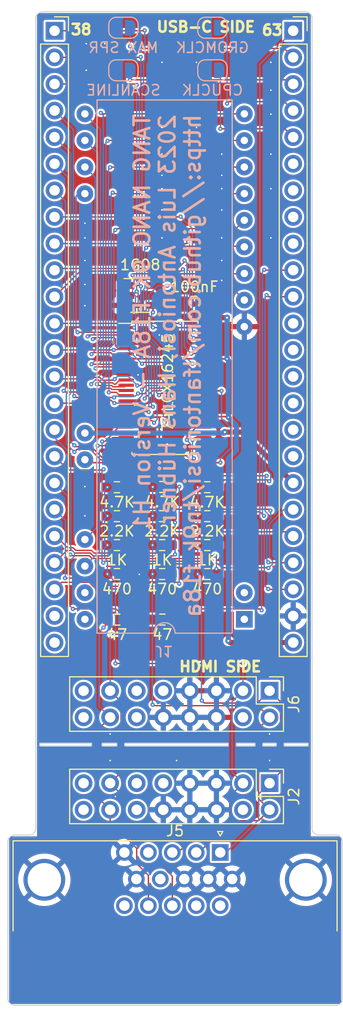
<source format=kicad_pcb>
(kicad_pcb (version 20221018) (generator pcbnew)
  (layers (0 "F.Cu" signal) (31 "B.Cu" signal) (34 "B.Paste" user) (35 "F.Paste" user) (36 "B.SilkS" user "B.Silkscreen") (37 "F.SilkS" user "F.Silkscreen") (38 "B.Mask" user) (39 "F.Mask" user) (44 "Edge.Cuts" user))
  (net 0 "")
  (net 1 "GND")
  (net 2 "VS_3V3")
  (net 3 "USR1_1V8")
  (net 4 "USR2_1V8")
  (net 5 "USR3_1V8")
  (net 6 "USR4_1V8")
  (net 7 "R2_3V3")
  (net 8 "R3_3V3")
  (net 9 "B0_3V3")
  (net 10 "B1_3V3")
  (net 11 "B2_3V3")
  (net 12 "B3_3V3")
  (net 17 "MODE_3V3")
  (net 18 "~{CSW_3V3}")
  (net 19 "~{CSR_3V3}")
  (net 20 "~{INT_3V3}")
  (net 21 "CPUCLK_3V3")
  (net 22 "GROMCLK_3V3")
  (net 23 "~{RESET_3V3}")
  (net 24 "CD0_3V3")
  (net 25 "CD1_3V3")
  (net 26 "CD2_3V3")
  (net 27 "CD3_3V3")
  (net 28 "CD4_3V3")
  (net 29 "CD5_3V3")
  (net 30 "CD6_3V3")
  (net 31 "CD7_3V3")
  (net 32 "HS_3V3")
  (net 33 "R0_3V3")
  (net 34 "R1_3V3")
  (net 35 "G0_3V3")
  (net 36 "G1_3V3")
  (net 37 "G2_3V3")
  (net 38 "G3_3V3")
  (net 41 "MODE")
  (net 42 "~{CSW}")
  (net 43 "~{CSR}")
  (net 44 "~{INT}")
  (net 45 "CD7")
  (net 46 "CD6")
  (net 47 "CD5")
  (net 48 "CD4")
  (net 49 "CD3")
  (net 50 "CD2")
  (net 51 "CD1")
  (net 52 "CD0")
  (net 53 "~{RESET}")
  (net 54 "GROMCLK")
  (net 55 "CPUCLK")
  (net 65 "~{OE1}")
  (net 66 "+3.3V")
  (net 67 "+5V")
  (net 68 "RED")
  (net 69 "GREEN")
  (net 70 "BLUE")
  (net 75 "HSYNC")
  (net 76 "VSYNC")
  (footprint "Connector_PinHeader_2.54mm:PinHeader_2x08_P2.54mm_Vertical" (layer "F.Cu") (at 125.095 131.953 -90)
    (fp_text reference "J2")
    (fp_text value "VGA")
  )
  (footprint "Resistor_SMD:R_0603_1608Metric_Pad0.98x0.95mm_HandSolder" (layer "F.Cu") (at 110.5055 109.22)
    (fp_text reference "R11")
    (fp_text value "1K")
  )
  (footprint "Connector_PinSocket_2.54mm:PinSocket_1x24_P2.54mm_Vertical" (layer "F.Cu") (at 104.5383 60.1064)
    (fp_text reference "J3" hide)
    (fp_text value "Tang Nano 9k")
  )
  (footprint "Resistor_SMD:R_0603_1608Metric_Pad0.98x0.95mm_HandSolder" (layer "F.Cu") (at 119.1415 103.692)
    (fp_text reference "R1")
    (fp_text value "4.7K")
  )
  (footprint "Resistor_SMD:R_0603_1608Metric_Pad0.98x0.95mm_HandSolder" (layer "F.Cu") (at 110.503448 103.691891)
    (fp_text reference "R9")
    (fp_text value "4.7K")
  )
  (footprint "Connector_Dsub:DSUB-15-HD_Female_Horizontal_P2.29x1.98mm_EdgePinOffset3.03mm_Housed_MountingHolesOffset4.94mm" (layer "F.Cu") (at 120.378 139.129669)
    (fp_text reference "J5")
    (fp_text value "VGA")
  )
  (footprint "Package_TO_SOT_SMD:SOT-23-5_HandSoldering" (layer "F.Cu") (at 112.735 85.38)
    (fp_text reference "U1")
    (fp_text value "1G08")
  )
  (footprint "Resistor_SMD:R_0603_1608Metric_Pad0.98x0.95mm_HandSolder" (layer "F.Cu") (at 114.8235 109.22)
    (fp_text reference "R7")
    (fp_text value "1K")
  )
  (footprint "Connector_PinHeader_2.54mm:PinHeader_2x08_P2.54mm_Vertical" (layer "F.Cu") (at 125.095 123.128 -90)
    (fp_text reference "J6")
    (fp_text value "VGA")
  )
  (footprint "Resistor_SMD:R_0603_1608Metric_Pad0.98x0.95mm_HandSolder" (layer "F.Cu") (at 119.1415 109.22)
    (fp_text reference "R3")
    (fp_text value "1K")
  )
  (footprint "Resistor_SMD:R_0603_1608Metric_Pad0.98x0.95mm_HandSolder" (layer "F.Cu") (at 110.503448 106.455891)
    (fp_text reference "R10")
    (fp_text value "2.2K")
  )
  (footprint "Resistor_SMD:R_0603_1608Metric_Pad0.98x0.95mm_HandSolder" (layer "F.Cu") (at 114.8235 111.984)
    (fp_text reference "R8")
    (fp_text value "470")
  )
  (footprint "Resistor_SMD:R_0603_1608Metric_Pad0.98x0.95mm_HandSolder" (layer "F.Cu") (at 119.1415 111.984)
    (fp_text reference "R4")
    (fp_text value "470")
  )
  (footprint "Connector_PinSocket_2.54mm:PinSocket_1x24_P2.54mm_Vertical" (layer "F.Cu") (at 127.3552 60.1064)
    (fp_text reference "J4" hide)
    (fp_text value "TN9k/2")
  )
  (footprint "Resistor_SMD:R_0603_1608Metric_Pad0.98x0.95mm_HandSolder" (layer "F.Cu") (at 110.5055 111.984)
    (fp_text reference "R12")
    (fp_text value "470")
  )
  (footprint "Resistor_SMD:R_0603_1608Metric_Pad0.98x0.95mm_HandSolder" (layer "F.Cu") (at 119.1415 106.456)
    (fp_text reference "R2")
    (fp_text value "2.2K")
  )
  (footprint "f18a_footprints:TMS99xxA_Replacement" (layer "F.Cu") (at 115.018 92.68 180)
    (fp_text reference "J1")
    (fp_text value "~")
  )
  (footprint "Resistor_SMD:R_0603_1608Metric_Pad0.98x0.95mm_HandSolder" (layer "F.Cu") (at 114.84436 103.671238)
    (fp_text reference "R5")
    (fp_text value "4.7K")
  )
  (footprint "Package_SO:TSSOP-48_6.1x12.5mm_P0.5mm" (layer "F.Cu") (at 115.101 94.204)
    (fp_text reference "U4")
    (fp_text value "74LCX16245")
  )
  (footprint "Resistor_SMD:R_0603_1608Metric_Pad0.98x0.95mm_HandSolder" (layer "F.Cu") (at 114.847 116.332)
    (fp_text reference "R13")
    (fp_text value "47")
  )
  (footprint "Resistor_SMD:R_0603_1608Metric_Pad0.98x0.95mm_HandSolder" (layer "F.Cu") (at 110.53643 116.338528)
    (fp_text reference "R14")
    (fp_text value "47")
  )
  (footprint "Capacitor_SMD:C_0805_2012Metric_Pad1.18x1.45mm_HandSolder" (layer "F.Cu") (at 117.895 86.203)
    (fp_text reference "C1")
    (fp_text value "100nF")
  )
  (footprint "Resistor_SMD:R_0603_1608Metric_Pad0.98x0.95mm_HandSolder" (layer "F.Cu") (at 114.8235 106.456)
    (fp_text reference "R6")
    (fp_text value "2.2K")
  )
  (footprint "Jumper:SolderJumper-2_P1.3mm_Open_RoundedPad1.0x1.5mm" (layer "B.Cu") (at 119.634 59.817 180)
    (fp_text reference "JP3")
    (fp_text value "GROMCLK")
  )
  (footprint "Jumper:SolderJumper-2_P1.3mm_Open_RoundedPad1.0x1.5mm" (layer "B.Cu") (at 111.125 59.817 180)
    (fp_text reference "JP1")
    (fp_text value "MAX SPR")
  )
  (footprint "Jumper:SolderJumper-2_P1.3mm_Open_RoundedPad1.0x1.5mm" (layer "B.Cu") (at 111.125 63.881 180)
    (fp_text reference "JP2")
    (fp_text value "SCANLINE")
  )
  (footprint "Jumper:SolderJumper-2_P1.3mm_Open_RoundedPad1.0x1.5mm" (layer "B.Cu") (at 119.634 63.881 180)
    (fp_text reference "JP4")
    (fp_text value "CPUCLK")
  )
  (gr_arc (start 132.08 152.527) (mid 131.894013 152.976013) (end 131.445 153.162) (stroke (width 0.1)) (layer "Edge.Cuts"))
  (gr_line (start 128.778 128.397) (end 128.778 128.143) (stroke (width 0.1)) (layer "Edge.Cuts"))
  (gr_arc (start 102.743 136.271) (mid 102.557013 136.720013) (end 102.108 136.906) (stroke (width 0.1)) (layer "Edge.Cuts"))
  (gr_line (start 126.492 128.143) (end 126.492 128.397) (stroke (width 0.1)) (layer "Edge.Cuts"))
  (gr_line (start 121.92 128.143) (end 121.92 128.397) (stroke (width 0.1)) (layer "Edge.Cuts"))
  (gr_arc (start 131.445 136.906) (mid 131.894013 137.091987) (end 132.08 137.541) (stroke (width 0.1)) (layer "Edge.Cuts"))
  (gr_line (start 123.698 128.397) (end 123.698 128.143) (stroke (width 0.1)) (layer "Edge.Cuts"))
  (gr_line (start 102.743 58.928) (end 102.743 136.271) (stroke (width 0.1)) (layer "Edge.Cuts"))
  (gr_line (start 109.093 128.143) (end 109.093 128.397) (stroke (width 0.1)) (layer "Edge.Cuts"))
  (gr_arc (start 100.711 153.162) (mid 100.261987 152.976013) (end 100.076 152.527) (stroke (width 0.1)) (layer "Edge.Cuts"))
  (gr_line (start 123.698 128.143) (end 121.92 128.143) (stroke (width 0.1)) (layer "Edge.Cuts"))
  (gr_line (start 125.73 128.143) (end 124.46 128.143) (stroke (width 0.1)) (layer "Edge.Cuts"))
  (gr_line (start 129.159 136.271) (end 129.159 58.928) (stroke (width 0.1)) (layer "Edge.Cuts"))
  (gr_line (start 125.73 128.397) (end 125.73 128.143) (stroke (width 0.1)) (layer "Edge.Cuts"))
  (gr_line (start 121.158 128.397) (end 121.158 128.143) (stroke (width 0.1)) (layer "Edge.Cuts"))
  (gr_line (start 132.08 137.541) (end 132.08 152.527) (stroke (width 0.1)) (layer "Edge.Cuts"))
  (gr_line (start 124.46 128.143) (end 124.46 128.397) (stroke (width 0.1)) (layer "Edge.Cuts"))
  (gr_arc (start 129.794 136.906) (mid 129.344987 136.720013) (end 129.159 136.271) (stroke (width 0.1)) (layer "Edge.Cuts"))
  (gr_line (start 129.794 136.906) (end 131.445 136.906) (stroke (width 0.1)) (layer "Edge.Cuts"))
  (gr_arc (start 128.524 58.293) (mid 128.973013 58.478987) (end 129.159 58.928) (stroke (width 0.1)) (layer "Edge.Cuts"))
  (gr_line (start 111.252 128.143) (end 111.252 128.397) (stroke (width 0.1)) (layer "Edge.Cuts"))
  (gr_line (start 103.124 128.143) (end 103.124 128.397) (stroke (width 0.1)) (layer "Edge.Cuts"))
  (gr_line (start 100.076 137.541) (end 100.076 152.527) (stroke (width 0.1)) (layer "Edge.Cuts"))
  (gr_line (start 109.093 128.397) (end 110.49 128.397) (stroke (width 0.1)) (layer "Edge.Cuts"))
  (gr_line (start 110.49 128.397) (end 110.49 128.143) (stroke (width 0.1)) (layer "Edge.Cuts"))
  (gr_line (start 121.158 128.143) (end 111.252 128.143) (stroke (width 0.1)) (layer "Edge.Cuts"))
  (gr_line (start 102.108 136.906) (end 100.711 136.906) (stroke (width 0.1)) (layer "Edge.Cuts"))
  (gr_line (start 111.252 128.397) (end 121.158 128.397) (stroke (width 0.1)) (layer "Edge.Cuts"))
  (gr_line (start 110.49 128.143) (end 109.093 128.143) (stroke (width 0.1)) (layer "Edge.Cuts"))
  (gr_line (start 124.46 128.397) (end 125.73 128.397) (stroke (width 0.1)) (layer "Edge.Cuts"))
  (gr_line (start 126.492 128.397) (end 128.778 128.397) (stroke (width 0.1)) (layer "Edge.Cuts"))
  (gr_line (start 121.92 128.397) (end 123.698 128.397) (stroke (width 0.1)) (layer "Edge.Cuts"))
  (gr_line (start 128.524 58.293) (end 103.378 58.293) (stroke (width 0.1)) (layer "Edge.Cuts"))
  (gr_line (start 103.124 128.397) (end 108.077 128.397) (stroke (width 0.1)) (layer "Edge.Cuts"))
  (gr_arc (start 100.076 137.541) (mid 100.261987 137.091987) (end 100.711 136.906) (stroke (width 0.1)) (layer "Edge.Cuts"))
  (gr_line (start 108.077 128.397) (end 108.077 128.143) (stroke (width 0.1)) (layer "Edge.Cuts"))
  (gr_arc (start 102.743 58.928) (mid 102.928987 58.478987) (end 103.378 58.293) (stroke (width 0.1)) (layer "Edge.Cuts"))
  (gr_line (start 108.077 128.143) (end 103.124 128.143) (stroke (width 0.1)) (layer "Edge.Cuts"))
  (gr_line (start 100.711 153.162) (end 131.445 153.162) (stroke (width 0.1)) (layer "Edge.Cuts"))
  (gr_line (start 128.778 128.143) (end 126.492 128.143) (stroke (width 0.1)) (layer "Edge.Cuts"))
  (gr_text "TANG NANO 9K F18A - Version H1\n2023 Luis Antoniosi, Hans Hübner\nhttps://github.com/lfantoniosi/tn9k_f18a" (at 118.618 67.945 90) (layer "B.SilkS") (effects (font (size 1.5 1.5) (thickness 0.25) bold) (justify left bottom mirror)))
  (gr_text "USB-C SIDE" (at 114.173 60.325) (layer "F.SilkS") (effects (font (size 1 1) (thickness 0.25) bold) (justify left bottom)))
  (gr_text "HDMI SIDE" (at 116.332 121.412) (layer "F.SilkS") (effects (font (size 1 1) (thickness 0.25) bold) (justify left bottom)))
  (gr_text "38" (at 105.9688 60.579) (layer "F.SilkS") (effects (font (size 1 1) (thickness 0.25) bold) (justify left bottom)))
  (gr_text "63" (at 124.2314 60.6298) (layer "F.SilkS") (effects (font (size 1 1) (thickness 0.25) bold) (justify left bottom)))
  (via (at 116.205 129.794) (size 0.41) (drill 0.15) (layers "F.Cu" "B.Cu") (net 1))
  (via (at 116.205 136.906) (size 0.41) (drill 0.15) (layers "F.Cu" "B.Cu") (net 1))
  (via (at 107.569 61.341) (size 0.41) (drill 0.15) (layers "F.Cu" "B.Cu") (net 1))
  (via (at 125.222 63.119) (size 0.41) (drill 0.15) (layers "F.Cu" "B.Cu") (net 1))
  (via (at 107.442 78.486) (size 0.41) (drill 0.15) (layers "F.Cu" "B.Cu") (net 1))
  (via (at 107.442 82.042) (size 0.41) (drill 0.15) (layers "F.Cu" "B.Cu") (net 1))
  (via (at 114.808 79.883) (size 0.41) (drill 0.15) (layers "F.Cu" "B.Cu") (net 1))
  (via (at 125.222 65.786) (size 0.41) (drill 0.15) (layers "F.Cu" "B.Cu") (net 1))
  (via (at 118.11 69.342) (size 0.41) (drill 0.15) (layers "F.Cu" "B.Cu") (net 1))
  (via (at 114.808 75.184) (size 0.41) (drill 0.15) (layers "F.Cu" "B.Cu") (net 1))
  (via (at 114.808 71.882) (size 0.41) (drill 0.15) (layers "F.Cu" "B.Cu") (net 1))
  (via (at 125.222 68.072) (size 0.41) (drill 0.15) (layers "F.Cu" "B.Cu") (net 1))
  (via (at 118.11 63.119) (size 0.41) (drill 0.15) (layers "F.Cu" "B.Cu") (net 1))
  (via (at 115.316 99.568) (size 0.41) (drill 0.15) (layers "F.Cu" "B.Cu") (net 1))
  (via (at 114.808 73.914) (size 0.41) (drill 0.15) (layers "F.Cu" "B.Cu") (net 1))
  (via (at 125.095 127.254) (size 0.41) (drill 0.15) (layers "F.Cu" "B.Cu") (net 1))
  (via (at 114.808 69.342) (size 0.41) (drill 0.15) (layers "F.Cu" "B.Cu") (net 1))
  (via (at 114.808 63.119) (size 0.41) (drill 0.15) (layers "F.Cu" "B.Cu") (net 1))
  (via (at 125.095 129.794) (size 0.41) (drill 0.15) (layers "F.Cu" "B.Cu") (net 1))
  (via (at 120.523 82.042) (size 0.41) (drill 0.15) (layers "F.Cu" "B.Cu") (net 1))
  (via (at 107.442 106.426) (size 0.41) (drill 0.15) (layers "F.Cu" "B.Cu") (net 1))
  (via (at 107.442 79.883) (size 0.41) (drill 0.15) (layers "F.Cu" "B.Cu") (net 1))
  (via (at 120.523 73.914) (size 0.41) (drill 0.15) (layers "F.Cu" "B.Cu") (net 1))
  (via (at 107.442 84.328) (size 0.41) (drill 0.15) (layers "F.Cu" "B.Cu") (net 1))
  (via (at 120.523 83.947) (size 0.41) (drill 0.15) (layers "F.Cu" "B.Cu") (net 1))
  (via (at 107.442 86.36) (size 0.41) (drill 0.15) (layers "F.Cu" "B.Cu") (net 1))
  (via (at 114.808 77.216) (size 0.41) (drill 0.15) (layers "F.Cu" "B.Cu") (net 1))
  (via (at 109.855 129.794) (size 0.41) (drill 0.15) (layers "F.Cu" "B.Cu") (net 1))
  (via (at 110.363 133.223) (size 0.41) (drill 0.15) (layers "F.Cu" "B.Cu") (net 1))
  (via (at 125.222 79.883) (size 0.41) (drill 0.15) (layers "F.Cu" "B.Cu") (net 1))
  (via (at 114.554 89.154) (size 0.41) (drill 0.15) (layers "F.Cu" "B.Cu") (net 1))
  (via (at 107.442 103.632) (size 0.41) (drill 0.15) (layers "F.Cu" "B.Cu") (net 1))
  (via (at 115.824 92.71) (size 0.41) (drill 0.15) (layers "F.Cu" "B.Cu") (net 1))
  (via (at 125.222 75.184) (size 0.41) (drill 0.15) (layers "F.Cu" "B.Cu") (net 1))
  (via (at 112.649 112.014) (size 0.41) (drill 0.15) (layers "F.Cu" "B.Cu") (net 1))
  (via (at 113.03 99.441) (size 0.41) (drill 0.15) (layers "F.Cu" "B.Cu") (net 1))
  (via (at 120.523 75.184) (size 0.41) (drill 0.15) (layers "F.Cu" "B.Cu") (net 1))
  (via (at 120.523 79.883) (size 0.41) (drill 0.15) (layers "F.Cu" "B.Cu") (net 1))
  (via (at 112.522 92.964) (size 0.41) (drill 0.15) (layers "F.Cu" "B.Cu") (net 1))
  (via (at 120.523 77.216) (size 0.41) (drill 0.15) (layers "F.Cu" "B.Cu") (net 1))
  (via (at 107.569 63.881) (size 0.41) (drill 0.15) (layers "F.Cu" "B.Cu") (net 1))
  (via (at 125.222 71.882) (size 0.41) (drill 0.15) (layers "F.Cu" "B.Cu") (net 1))
  (via (at 109.347 61.341) (size 0.41) (drill 0.15) (layers "F.Cu" "B.Cu") (net 1))
  (via (at 120.523 71.882) (size 0.41) (drill 0.15) (layers "F.Cu" "B.Cu") (net 1))
  (via (at 109.855 127.254) (size 0.41) (drill 0.15) (layers "F.Cu" "B.Cu") (net 1))
  (via (at 115.824 95.631) (size 0.41) (drill 0.15) (layers "F.Cu" "B.Cu") (net 1))
  (segment (start 106.3035 115.3115) (end 106.299 115.316) (width 0.127) (layer "F.Cu") (net 2))
  (segment (start 110.421902 115.3115) (end 106.3035 115.3115) (width 0.127) (layer "F.Cu") (net 2))
  (segment (start 111.44893 116.338528) (end 110.421902 115.3115) (width 0.127) (layer "F.Cu") (net 2))
  (via (at 106.299 115.316) (size 0.41) (drill 0.15) (layers "F.Cu" "B.Cu") (net 2))
  (segment (start 104.5383 98.9503) (end 104.5383 98.2064) (width 0.127) (layer "B.Cu") (net 2))
  (segment (start 106.4405 110.286822) (end 106.4405 109.959178) (width 0.127) (layer "B.Cu") (net 2))
  (segment (start 106.4405 109.959178) (end 106.0868 109.605478) (width 0.127) (layer "B.Cu") (net 2))
  (segment (start 105.8328 110.894522) (end 106.4405 110.286822) (width 0.127) (layer "B.Cu") (net 2))
  (segment (start 105.8328 112.112978) (end 105.8328 110.894522) (width 0.127) (layer "B.Cu") (net 2))
  (segment (start 106.0868 100.4988) (end 104.5383 98.9503) (width 0.127) (layer "B.Cu") (net 2))
  (segment (start 106.0868 109.605478) (end 106.0868 100.4988) (width 0.127) (layer "B.Cu") (net 2))
  (segment (start 106.299 115.316) (end 105.9325 114.9495) (width 0.127) (layer "B.Cu") (net 2))
  (segment (start 105.9325 114.9495) (end 105.9325 112.212678) (width 0.127) (layer "B.Cu") (net 2))
  (segment (start 105.9325 112.212678) (end 105.8328 112.112978) (width 0.127) (layer "B.Cu") (net 2))
  (segment (start 126.5052 61.7964) (end 111.9614 61.7964) (width 0.127) (layer "F.Cu") (net 3))
  (segment (start 111.9614 61.7964) (end 111.76 61.595) (width 0.127) (layer "F.Cu") (net 3))
  (segment (start 127.3552 62.6464) (end 126.5052 61.7964) (width 0.127) (layer "F.Cu") (net 3))
  (via (at 111.76 61.595) (size 0.41) (drill 0.15) (layers "F.Cu" "B.Cu") (net 3))
  (segment (start 111.76 61.595) (end 111.76 59.832) (width 0.127) (layer "B.Cu") (net 3))
  (segment (start 111.76 59.832) (end 111.775 59.817) (width 0.127) (layer "B.Cu") (net 3))
  (segment (start 127.3552 65.1864) (end 126.9602 64.7914) (width 0.127) (layer "F.Cu") (net 4))
  (segment (start 126.9602 64.7914) (end 111.76 64.7914) (width 0.127) (layer "F.Cu") (net 4))
  (via (at 111.76 64.7914) (size 0.41) (drill 0.15) (layers "F.Cu" "B.Cu") (net 4))
  (segment (start 111.76 63.896) (end 111.775 63.881) (width 0.127) (layer "B.Cu") (net 4))
  (segment (start 111.76 64.7914) (end 111.76 63.896) (width 0.127) (layer "B.Cu") (net 4))
  (segment (start 126.5052 66.8764) (end 121.2106 66.8764) (width 0.127) (layer "F.Cu") (net 5))
  (segment (start 121.2106 66.8764) (end 121.031 67.056) (width 0.127) (layer "F.Cu") (net 5))
  (segment (start 127.3552 67.7264) (end 126.5052 66.8764) (width 0.127) (layer "F.Cu") (net 5))
  (via (at 121.031 67.056) (size 0.41) (drill 0.15) (layers "F.Cu" "B.Cu") (net 5))
  (segment (start 121.031 60.564) (end 120.284 59.817) (width 0.127) (layer "B.Cu") (net 5))
  (segment (start 121.031 67.056) (end 121.031 60.564) (width 0.127) (layer "B.Cu") (net 5))
  (segment (start 127.3552 70.2664) (end 126.5578 69.469) (width 0.127) (layer "F.Cu") (net 6))
  (segment (start 126.5578 69.469) (end 120.396 69.469) (width 0.127) (layer "F.Cu") (net 6))
  (via (at 120.396 69.469) (size 0.41) (drill 0.15) (layers "F.Cu" "B.Cu") (net 6))
  (segment (start 120.396 63.993) (end 120.284 63.881) (width 0.127) (layer "B.Cu") (net 6))
  (segment (start 120.396 69.469) (end 120.396 63.993) (width 0.127) (layer "B.Cu") (net 6))
  (segment (start 118.7695 110.5045) (end 108.125279 110.5045) (width 0.127) (layer "F.Cu") (net 7))
  (segment (start 108.125279 110.5045) (end 107.852279 110.2315) (width 0.127) (layer "F.Cu") (net 7))
  (segment (start 107.852279 110.2315) (end 106.1535 110.2315) (width 0.127) (layer "F.Cu") (net 7))
  (segment (start 106.1535 110.2315) (end 106.045 110.123) (width 0.127) (layer "F.Cu") (net 7))
  (segment (start 120.054 109.22) (end 118.7695 110.5045) (width 0.127) (layer "F.Cu") (net 7))
  (via (at 106.045 110.123) (size 0.41) (drill 0.15) (layers "F.Cu" "B.Cu") (net 7))
  (segment (start 106.045 110.123) (end 105.8328 109.9108) (width 0.127) (layer "B.Cu") (net 7))
  (segment (start 105.8328 104.5809) (end 104.5383 103.2864) (width 0.127) (layer "B.Cu") (net 7))
  (segment (start 105.8328 109.9108) (end 105.8328 104.5809) (width 0.127) (layer "B.Cu") (net 7))
  (segment (start 109.1485 102.0525) (end 105.8444 102.0525) (width 0.127) (layer "F.Cu") (net 8))
  (segment (start 105.8444 102.0525) (end 104.5383 100.7464) (width 0.127) (layer "F.Cu") (net 8))
  (segment (start 109.3385 110.7585) (end 118.87471 110.7585) (width 0.127) (layer "F.Cu") (net 8))
  (segment (start 109.1975 110.8995) (end 109.3385 110.7585) (width 0.127) (layer "F.Cu") (net 8))
  (segment (start 109.22 101.981) (end 109.1485 102.0525) (width 0.127) (layer "F.Cu") (net 8))
  (segment (start 120.054 111.545) (end 120.015 111.506) (width 0.127) (layer "F.Cu") (net 8))
  (segment (start 120.054 111.984) (end 120.054 111.545) (width 0.127) (layer "F.Cu") (net 8))
  (segment (start 119.39721 110.236) (end 119.888 110.236) (width 0.127) (layer "F.Cu") (net 8))
  (segment (start 118.87471 110.7585) (end 119.39721 110.236) (width 0.127) (layer "F.Cu") (net 8))
  (via (at 109.22 101.981) (size 0.41) (drill 0.15) (layers "F.Cu" "B.Cu") (net 8))
  (via (at 109.1975 110.8995) (size 0.41) (drill 0.15) (layers "F.Cu" "B.Cu") (net 8))
  (via (at 120.015 111.506) (size 0.41) (drill 0.15) (layers "F.Cu" "B.Cu") (net 8))
  (via (at 119.888 110.236) (size 0.41) (drill 0.15) (layers "F.Cu" "B.Cu") (net 8))
  (segment (start 109.0785 110.7805) (end 109.0785 102.1225) (width 0.127) (layer "B.Cu") (net 8))
  (segment (start 120.015 110.363) (end 119.888 110.236) (width 0.127) (layer "B.Cu") (net 8))
  (segment (start 109.0785 102.1225) (end 109.22 101.981) (width 0.127) (layer "B.Cu") (net 8))
  (segment (start 109.1975 110.8995) (end 109.0785 110.7805) (width 0.127) (layer "B.Cu") (net 8))
  (segment (start 120.015 111.506) (end 120.015 110.363) (width 0.127) (layer "B.Cu") (net 8))
  (segment (start 124.968 113.411) (end 125.0034 113.4464) (width 0.127) (layer "F.Cu") (net 9))
  (segment (start 124.8125 102.602) (end 112.505839 102.602) (width 0.127) (layer "F.Cu") (net 9))
  (segment (start 112.505839 102.602) (end 111.415948 103.691891) (width 0.127) (layer "F.Cu") (net 9))
  (segment (start 125.0034 113.4464) (end 127.3552 113.4464) (width 0.127) (layer "F.Cu") (net 9))
  (via (at 124.8125 102.602) (size 0.41) (drill 0.15) (layers "F.Cu" "B.Cu") (net 9))
  (via (at 124.968 113.411) (size 0.41) (drill 0.15) (layers "F.Cu" "B.Cu") (net 9))
  (segment (start 124.6715 105.979178) (end 124.9545 106.262178) (width 0.127) (layer "B.Cu") (net 9))
  (segment (start 124.8125 102.602) (end 124.6715 102.743) (width 0.127) (layer "B.Cu") (net 9))
  (segment (start 124.9545 106.589822) (end 124.587 106.957322) (width 0.127) (layer "B.Cu") (net 9))
  (segment (start 124.587 113.03) (end 124.968 113.411) (width 0.127) (layer "B.Cu") (net 9))
  (segment (start 124.9545 106.262178) (end 124.9545 106.589822) (width 0.127) (layer "B.Cu") (net 9))
  (segment (start 124.6715 102.743) (end 124.6715 105.979178) (width 0.127) (layer "B.Cu") (net 9))
  (segment (start 124.587 106.957322) (end 124.587 113.03) (width 0.127) (layer "B.Cu") (net 9))
  (segment (start 112.080839 105.791) (end 111.415948 106.455891) (width 0.127) (layer "F.Cu") (net 10))
  (segment (start 125.175499 105.924562) (end 125.041937 105.791) (width 0.127) (layer "F.Cu") (net 10))
  (segment (start 124.982 110.871) (end 125.0174 110.9064) (width 0.127) (layer "F.Cu") (net 10))
  (segment (start 125.041937 105.791) (end 112.080839 105.791) (width 0.127) (layer "F.Cu") (net 10))
  (segment (start 125.0174 110.9064) (end 127.3552 110.9064) (width 0.127) (layer "F.Cu") (net 10))
  (via (at 125.175499 105.924562) (size 0.41) (drill 0.15) (layers "F.Cu" "B.Cu") (net 10))
  (via (at 124.982 110.871) (size 0.41) (drill 0.15) (layers "F.Cu" "B.Cu") (net 10))
  (segment (start 125.2085 106.695032) (end 125.2085 106.156968) (width 0.127) (layer "B.Cu") (net 10))
  (segment (start 124.841 110.73) (end 124.841 107.062532) (width 0.127) (layer "B.Cu") (net 10))
  (segment (start 125.175499 106.123967) (end 125.175499 105.924562) (width 0.127) (layer "B.Cu") (net 10))
  (segment (start 125.2085 106.156968) (end 125.175499 106.123967) (width 0.127) (layer "B.Cu") (net 10))
  (segment (start 124.841 107.062532) (end 125.2085 106.695032) (width 0.127) (layer "B.Cu") (net 10))
  (segment (start 124.982 110.871) (end 124.841 110.73) (width 0.127) (layer "B.Cu") (net 10))
  (segment (start 126.9388 107.95) (end 127.3552 108.3664) (width 0.127) (layer "F.Cu") (net 11))
  (segment (start 111.418 109.22) (end 112.688 107.95) (width 0.127) (layer "F.Cu") (net 11))
  (segment (start 112.688 107.95) (end 126.9388 107.95) (width 0.127) (layer "F.Cu") (net 11))
  (segment (start 112.3895 111.0125) (end 111.418 111.984) (width 0.127) (layer "F.Cu") (net 12))
  (segment (start 120.541783 111.379) (end 120.175283 111.0125) (width 0.127) (layer "F.Cu") (net 12))
  (segment (start 124.982 111.407503) (end 124.953497 111.379) (width 0.127) (layer "F.Cu") (net 12))
  (segment (start 124.953497 111.379) (end 120.541783 111.379) (width 0.127) (layer "F.Cu") (net 12))
  (segment (start 120.175283 111.0125) (end 112.3895 111.0125) (width 0.127) (layer "F.Cu") (net 12))
  (via (at 124.982 111.407503) (size 0.41) (drill 0.15) (layers "F.Cu" "B.Cu") (net 12))
  (segment (start 125.095 110.424678) (end 125.095 107.188) (width 0.127) (layer "B.Cu") (net 12))
  (segment (start 126.4566 105.8264) (end 127.3552 105.8264) (width 0.127) (layer "B.Cu") (net 12))
  (segment (start 124.982 111.407503) (end 125.004819 111.407503) (width 0.127) (layer "B.Cu") (net 12))
  (segment (start 125.145822 111.2665) (end 125.3775 111.034822) (width 0.127) (layer "B.Cu") (net 12))
  (segment (start 125.004819 111.407503) (end 124.863816 111.2665) (width 0.127) (layer "B.Cu") (net 12))
  (segment (start 125.3775 111.034822) (end 125.3775 110.707178) (width 0.127) (layer "B.Cu") (net 12))
  (segment (start 125.095 107.188) (end 126.4566 105.8264) (width 0.127) (layer "B.Cu") (net 12))
  (segment (start 124.863816 111.2665) (end 125.145822 111.2665) (width 0.127) (layer "B.Cu") (net 12))
  (segment (start 125.3775 110.707178) (end 125.095 110.424678) (width 0.127) (layer "B.Cu") (net 12))
  (segment (start 114.046 97.536) (end 113.8485 97.3385) (width 0.127) (layer "F.Cu") (net 17))
  (segment (start 112.220211 97.3385) (end 112.104711 97.454) (width 0.127) (layer "F.Cu") (net 17))
  (segment (start 104.5383 60.1064) (end 113.1216 60.1064) (width 0.127) (layer "F.Cu") (net 17))
  (segment (start 113.8485 97.3385) (end 112.220211 97.3385) (width 0.127) (layer "F.Cu") (net 17))
  (segment (start 113.1216 60.1064) (end 113.157 60.071) (width 0.127) (layer "F.Cu") (net 17))
  (segment (start 112.104711 97.454) (end 111.3885 97.454) (width 0.127) (layer "F.Cu") (net 17))
  (via (at 113.157 60.071) (size 0.41) (drill 0.15) (layers "F.Cu" "B.Cu") (net 17))
  (via (at 114.046 97.536) (size 0.41) (drill 0.15) (layers "F.Cu" "B.Cu") (net 17))
  (segment (start 114.343 97.239) (end 114.343 95.7865) (width 0.127) (layer "B.Cu") (net 17))
  (segment (start 113.044 84.80908) (end 113.1855 84.66758) (width 0.127) (layer "B.Cu") (net 17))
  (segment (start 113.1715 62.992) (end 113.1715 60.0855) (width 0.127) (layer "B.Cu") (net 17))
  (segment (start 114.0605 95.504) (end 114.0605 90.50387) (width 0.127) (layer "B.Cu") (net 17))
  (segment (start 114.343 95.7865) (end 114.0605 95.504) (width 0.127) (layer "B.Cu") (net 17))
  (segment (start 113.0445 65.547032) (end 113.0445 63.119) (width 0.127) (layer "B.Cu") (net 17))
  (segment (start 114.046 97.536) (end 114.343 97.239) (width 0.127) (layer "B.Cu") (net 17))
  (segment (start 112.903 65.688532) (end 113.0445 65.547032) (width 0.127) (layer "B.Cu") (net 17))
  (segment (start 113.0445 63.119) (end 113.1715 62.992) (width 0.127) (layer "B.Cu") (net 17))
  (segment (start 112.903 83.947) (end 112.903 65.688532) (width 0.127) (layer "B.Cu") (net 17))
  (segment (start 113.044 89.48737) (end 113.044 84.80908) (width 0.127) (layer "B.Cu") (net 17))
  (segment (start 114.0605 90.50387) (end 113.044 89.48737) (width 0.127) (layer "B.Cu") (net 17))
  (segment (start 113.1855 84.66758) (end 113.1855 84.2295) (width 0.127) (layer "B.Cu") (net 17))
  (segment (start 113.1855 84.2295) (end 112.903 83.947) (width 0.127) (layer "B.Cu") (net 17))
  (segment (start 113.1715 60.0855) (end 113.157 60.071) (width 0.127) (layer "B.Cu") (net 17))
  (segment (start 112.186474 96.139) (end 112.001474 95.954) (width 0.127) (layer "F.Cu") (net 18))
  (segment (start 112.7406 62.6464) (end 112.776 62.611) (width 0.127) (layer "F.Cu") (net 18))
  (segment (start 112.79 84.503758) (end 112.716242 84.43) (width 0.127) (layer "F.Cu") (net 18))
  (segment (start 113.486678 96.012) (end 113.359678 96.139) (width 0.127) (layer "F.Cu") (net 18))
  (segment (start 104.5383 62.6464) (end 112.7406 62.6464) (width 0.127) (layer "F.Cu") (net 18))
  (segment (start 113.9475 96.012) (end 113.486678 96.012) (width 0.127) (layer "F.Cu") (net 18))
  (segment (start 113.359678 96.139) (end 112.186474 96.139) (width 0.127) (layer "F.Cu") (net 18))
  (segment (start 112.716242 84.43) (end 111.385 84.43) (width 0.127) (layer "F.Cu") (net 18))
  (segment (start 112.001474 95.954) (end 111.3885 95.954) (width 0.127) (layer "F.Cu") (net 18))
  (via (at 112.79 84.503758) (size 0.41) (drill 0.15) (layers "F.Cu" "B.Cu") (net 18))
  (via (at 113.9475 96.012) (size 0.41) (drill 0.15) (layers "F.Cu" "B.Cu") (net 18))
  (via (at 112.776 62.611) (size 0.41) (drill 0.15) (layers "F.Cu" "B.Cu") (net 18))
  (segment (start 113.8065 90.60908) (end 113.8065 95.871) (width 0.127) (layer "B.Cu") (net 18))
  (segment (start 112.79 84.503758) (end 112.649 84.362758) (width 0.127) (layer "B.Cu") (net 18))
  (segment (start 112.649 84.362758) (end 112.649 65.583322) (width 0.127) (layer "B.Cu") (net 18))
  (segment (start 112.79 89.59258) (end 113.8065 90.60908) (width 0.127) (layer "B.Cu") (net 18))
  (segment (start 112.649 65.583322) (end 112.7905 65.441822) (width 0.127) (layer "B.Cu") (net 18))
  (segment (start 112.7905 62.6255) (end 112.776 62.611) (width 0.127) (layer "B.Cu") (net 18))
  (segment (start 113.8065 95.871) (end 113.9475 96.012) (width 0.127) (layer "B.Cu") (net 18))
  (segment (start 112.79 84.503758) (end 112.79 89.59258) (width 0.127) (layer "B.Cu") (net 18))
  (segment (start 112.7905 65.441822) (end 112.7905 62.6255) (width 0.127) (layer "B.Cu") (net 18))
  (segment (start 113.476805 96.458805) (end 111.393305 96.458805) (width 0.127) (layer "F.Cu") (net 19))
  (segment (start 104.5383 65.1864) (end 112.3034 65.1864) (width 0.127) (layer "F.Cu") (net 19))
  (segment (start 112.395 84.993731) (end 112.008731 85.38) (width 0.127) (layer "F.Cu") (net 19))
  (segment (start 112.008731 85.38) (end 111.385 85.38) (width 0.127) (layer "F.Cu") (net 19))
  (segment (start 113.538 96.52) (end 113.476805 96.458805) (width 0.127) (layer "F.Cu") (net 19))
  (segment (start 112.3034 65.1864) (end 112.395 65.278) (width 0.127) (layer "F.Cu") (net 19))
  (segment (start 111.393305 96.458805) (end 111.3885 96.454) (width 0.127) (layer "F.Cu") (net 19))
  (via (at 112.395 84.993731) (size 0.41) (drill 0.15) (layers "F.Cu" "B.Cu") (net 19))
  (via (at 112.395 65.278) (size 0.41) (drill 0.15) (layers "F.Cu" "B.Cu") (net 19))
  (via (at 113.538 96.52) (size 0.41) (drill 0.15) (layers "F.Cu" "B.Cu") (net 19))
  (segment (start 112.395 65.278) (end 112.395 84.993731) (width 0.127) (layer "B.Cu") (net 19))
  (segment (start 113.5525 96.5055) (end 113.538 96.52) (width 0.127) (layer "B.Cu") (net 19))
  (segment (start 113.5525 90.71429) (end 113.5525 96.5055) (width 0.127) (layer "B.Cu") (net 19))
  (segment (start 112.536 85.134731) (end 112.536 89.69779) (width 0.127) (layer "B.Cu") (net 19))
  (segment (start 112.536 89.69779) (end 113.5525 90.71429) (width 0.127) (layer "B.Cu") (net 19))
  (segment (start 112.395 84.993731) (end 112.536 85.134731) (width 0.127) (layer "B.Cu") (net 19))
  (segment (start 112.540285 94.760285) (end 113.138715 94.760285) (width 0.127) (layer "F.Cu") (net 20))
  (segment (start 106.426 94.996) (end 106.553 95.123) (width 0.127) (layer "F.Cu") (net 20))
  (segment (start 112.522 94.742) (end 112.540285 94.760285) (width 0.127) (layer "F.Cu") (net 20))
  (segment (start 118.097289 94.954) (end 118.8135 94.954) (width 0.127) (layer "F.Cu") (net 20))
  (segment (start 113.665 94.234) (end 117.377289 94.234) (width 0.127) (layer "F.Cu") (net 20))
  (segment (start 106.553 95.123) (end 110.236 95.123) (width 0.127) (layer "F.Cu") (net 20))
  (segment (start 117.377289 94.234) (end 118.097289 94.954) (width 0.127) (layer "F.Cu") (net 20))
  (segment (start 113.138715 94.760285) (end 113.665 94.234) (width 0.127) (layer "F.Cu") (net 20))
  (via (at 112.522 94.742) (size 0.41) (drill 0.15) (layers "F.Cu" "B.Cu") (net 20))
  (via (at 106.426 94.996) (size 0.41) (drill 0.15) (layers "F.Cu" "B.Cu") (net 20))
  (via (at 110.236 95.123) (size 0.41) (drill 0.15) (layers "F.Cu" "B.Cu") (net 20))
  (segment (start 106.343887 72.136) (end 106.343887 94.913887) (width 0.127) (layer "B.Cu") (net 20))
  (segment (start 112.522 94.742) (end 112.268 94.996) (width 0.127) (layer "B.Cu") (net 20))
  (segment (start 104.5383 67.7264) (end 106.343887 69.531987) (width 0.127) (layer "B.Cu") (net 20))
  (segment (start 112.268 94.996) (end 110.363 94.996) (width 0.127) (layer "B.Cu") (net 20))
  (segment (start 110.363 94.996) (end 110.236 95.123) (width 0.127) (layer "B.Cu") (net 20))
  (segment (start 106.343887 94.913887) (end 106.426 94.996) (width 0.127) (layer "B.Cu") (net 20))
  (segment (start 106.343887 69.531987) (end 106.343887 72.136) (width 0.127) (layer "B.Cu") (net 20))
  (segment (start 117.334 100.6855) (end 116.7385 100.6855) (width 0.127) (layer "F.Cu") (net 21))
  (segment (start 108.05071 99.8175) (end 106.5485 99.8175) (width 0.127) (layer "F.Cu") (net 21))
  (segment (start 116.5975 100.8265) (end 109.05971 100.8265) (width 0.127) (layer "F.Cu") (net 21))
  (segment (start 117.192497 99.1765) (end 117.192497 98.858792) (width 0.127) (layer "F.Cu") (net 21))
  (segment (start 118.097289 97.954) (end 118.8135 97.954) (width 0.127) (layer "F.Cu") (net 21))
  (segment (start 106.5485 99.8175) (end 106.426 99.695) (width 0.127) (layer "F.Cu") (net 21))
  (segment (start 109.05971 100.8265) (end 108.05071 99.8175) (width 0.127) (layer "F.Cu") (net 21))
  (segment (start 117.192497 98.858792) (end 118.097289 97.954) (width 0.127) (layer "F.Cu") (net 21))
  (segment (start 116.7385 100.6855) (end 116.5975 100.8265) (width 0.127) (layer "F.Cu") (net 21))
  (via (at 106.426 99.695) (size 0.41) (drill 0.15) (layers "F.Cu" "B.Cu") (net 21))
  (via (at 117.334 100.6855) (size 0.41) (drill 0.15) (layers "F.Cu" "B.Cu") (net 21))
  (via (at 117.192497 99.1765) (size 0.41) (drill 0.15) (layers "F.Cu" "B.Cu") (net 21))
  (segment (start 106.089887 94.726645) (end 106.089887 71.817987) (width 0.127) (layer "B.Cu") (net 21))
  (segment (start 117.475 100.5445) (end 117.334 100.6855) (width 0.127) (layer "B.Cu") (net 21))
  (segment (start 106.426 99.695) (end 105.918 99.187) (width 0.127) (layer "B.Cu") (net 21))
  (segment (start 117.192497 99.199319) (end 117.475 99.481822) (width 0.127) (layer "B.Cu") (net 21))
  (segment (start 117.192497 99.1765) (end 117.192497 99.199319) (width 0.127) (layer "B.Cu") (net 21))
  (segment (start 105.918 99.187) (end 105.918 94.898532) (width 0.127) (layer "B.Cu") (net 21))
  (segment (start 105.918 94.898532) (end 106.089887 94.726645) (width 0.127) (layer "B.Cu") (net 21))
  (segment (start 117.475 99.481822) (end 117.475 100.5445) (width 0.127) (layer "B.Cu") (net 21))
  (segment (start 106.089887 71.817987) (end 104.5383 70.2664) (width 0.127) (layer "B.Cu") (net 21))
  (segment (start 117.729 99.1765) (end 117.9515 98.954) (width 0.127) (layer "F.Cu") (net 22))
  (segment (start 117.715 101.0805) (end 108.9545 101.0805) (width 0.127) (layer "F.Cu") (net 22))
  (segment (start 108.9545 101.0805) (end 107.9455 100.0715) (width 0.127) (layer "F.Cu") (net 22))
  (segment (start 107.9455 100.0715) (end 106.69175 100.0715) (width 0.127) (layer "F.Cu") (net 22))
  (segment (start 117.856 100.9395) (end 117.715 101.0805) (width 0.127) (layer "F.Cu") (net 22))
  (segment (start 106.69175 100.0715) (end 106.440432 100.322818) (width 0.127) (layer "F.Cu") (net 22))
  (segment (start 117.9515 98.954) (end 118.8135 98.954) (width 0.127) (layer "F.Cu") (net 22))
  (via (at 106.440432 100.322818) (size 0.41) (drill 0.15) (layers "F.Cu" "B.Cu") (net 22))
  (via (at 117.729 99.1765) (size 0.41) (drill 0.15) (layers "F.Cu" "B.Cu") (net 22))
  (via (at 117.856 100.9395) (size 0.41) (drill 0.15) (layers "F.Cu" "B.Cu") (net 22))
  (segment (start 117.856 100.9395) (end 117.729 100.8125) (width 0.127) (layer "B.Cu") (net 22))
  (segment (start 106.440432 100.322818) (end 105.664 99.546386) (width 0.127) (layer "B.Cu") (net 22))
  (segment (start 105.835887 94.621435) (end 105.835887 74.103987) (width 0.127) (layer "B.Cu") (net 22))
  (segment (start 105.835887 74.103987) (end 104.5383 72.8064) (width 0.127) (layer "B.Cu") (net 22))
  (segment (start 105.664 94.793322) (end 105.835887 94.621435) (width 0.127) (layer "B.Cu") (net 22))
  (segment (start 105.664 99.546386) (end 105.664 94.793322) (width 0.127) (layer "B.Cu") (net 22))
  (segment (start 117.729 100.8125) (end 117.729 99.1765) (width 0.127) (layer "B.Cu") (net 22))
  (segment (start 108.864661 94.869) (end 109.500161 94.2335) (width 0.127) (layer "F.Cu") (net 23))
  (segment (start 106.858322 94.869) (end 108.864661 94.869) (width 0.127) (layer "F.Cu") (net 23))
  (segment (start 109.500161 94.2335) (end 109.891822 94.2335) (width 0.127) (layer "F.Cu") (net 23))
  (segment (start 105.41 94.488) (end 105.5225 94.6005) (width 0.127) (layer "F.Cu") (net 23))
  (segment (start 111.2955 94.361) (end 111.3885 94.454) (width 0.127) (layer "F.Cu") (net 23))
  (segment (start 105.5225 94.6005) (end 106.589822 94.6005) (width 0.127) (layer "F.Cu") (net 23))
  (segment (start 109.891822 94.2335) (end 110.019322 94.361) (width 0.127) (layer "F.Cu") (net 23))
  (segment (start 110.019322 94.361) (end 111.2955 94.361) (width 0.127) (layer "F.Cu") (net 23))
  (segment (start 106.589822 94.6005) (end 106.858322 94.869) (width 0.127) (layer "F.Cu") (net 23))
  (via (at 105.41 94.488) (size 0.41) (drill 0.15) (layers "F.Cu" "B.Cu") (net 23))
  (segment (start 105.41 94.488) (end 105.581887 94.316113) (width 0.127) (layer "B.Cu") (net 23))
  (segment (start 105.581887 94.316113) (end 105.581887 76.389987) (width 0.127) (layer "B.Cu") (net 23))
  (segment (start 105.581887 76.389987) (end 104.5383 75.3464) (width 0.127) (layer "B.Cu") (net 23))
  (segment (start 117.856 88.9) (end 118.7595 88.9) (width 0.127) (layer "F.Cu") (net 24))
  (segment (start 116.5506 77.8864) (end 116.586 77.851) (width 0.127) (layer "F.Cu") (net 24))
  (segment (start 104.5383 77.8864) (end 116.5506 77.8864) (width 0.127) (layer "F.Cu") (net 24))
  (segment (start 118.7595 88.9) (end 118.8135 88.954) (width 0.127) (layer "F.Cu") (net 24))
  (via (at 116.586 77.851) (size 0.41) (drill 0.15) (layers "F.Cu" "B.Cu") (net 24))
  (via (at 117.856 88.9) (size 0.41) (drill 0.15) (layers "F.Cu" "B.Cu") (net 24))
  (segment (start 117.7145 78.9795) (end 116.586 77.851) (width 0.127) (layer "B.Cu") (net 24))
  (segment (start 117.856 88.9) (end 117.7145 88.7585) (width 0.127) (layer "B.Cu") (net 24))
  (segment (start 117.7145 88.7585) (end 117.7145 78.9795) (width 0.127) (layer "B.Cu") (net 24))
  (segment (start 117.1571 80.4264) (end 104.5383 80.4264) (width 0.127) (layer "F.Cu") (net 25))
  (segment (start 117.846781 89.436423) (end 118.795923 89.436423) (width 0.127) (layer "F.Cu") (net 25))
  (segment (start 118.795923 89.436423) (end 118.8135 89.454) (width 0.127) (layer "F.Cu") (net 25))
  (segment (start 117.3195 80.264) (end 117.1571 80.4264) (width 0.127) (layer "F.Cu") (net 25))
  (via (at 117.3195 80.264) (size 0.41) (drill 0.15) (layers "F.Cu" "B.Cu") (net 25))
  (via (at 117.846781 89.436423) (size 0.41) (drill 0.15) (layers "F.Cu" "B.Cu") (net 25))
  (segment (start 117.4605 80.405) (end 117.4605 89.063822) (width 0.127) (layer "B.Cu") (net 25))
  (segment (start 117.3195 80.264) (end 117.4605 80.405) (width 0.127) (layer "B.Cu") (net 25))
  (segment (start 117.705858 89.2955) (end 117.846781 89.436423) (width 0.127) (layer "B.Cu") (net 25))
  (segment (start 117.4605 89.063822) (end 117.692178 89.2955) (width 0.127) (layer "B.Cu") (net 25))
  (segment (start 117.692178 89.2955) (end 117.705858 89.2955) (width 0.127) (layer "B.Cu") (net 25))
  (segment (start 104.7007 82.804) (end 104.5383 82.9664) (width 0.127) (layer "F.Cu") (net 26))
  (segment (start 117.856 90.454) (end 118.8135 90.454) (width 0.127) (layer "F.Cu") (net 26))
  (segment (start 116.967 82.169) (end 116.332 82.804) (width 0.127) (layer "F.Cu") (net 26))
  (segment (start 116.967 82.042) (end 116.967 82.169) (width 0.127) (layer "F.Cu") (net 26))
  (segment (start 116.332 82.804) (end 104.7007 82.804) (width 0.127) (layer "F.Cu") (net 26))
  (via (at 116.967 82.042) (size 0.41) (drill 0.15) (layers "F.Cu" "B.Cu") (net 26))
  (via (at 117.856 90.454) (size 0.41) (drill 0.15) (layers "F.Cu" "B.Cu") (net 26))
  (segment (start 117.2065 82.2815) (end 117.2065 89.8045) (width 0.127) (layer "B.Cu") (net 26))
  (segment (start 116.967 82.042) (end 117.2065 82.2815) (width 0.127) (layer "B.Cu") (net 26))
  (segment (start 117.2065 89.8045) (end 117.856 90.454) (width 0.127) (layer "B.Cu") (net 26))
  (segment (start 117.602 90.948941) (end 117.618941 90.932) (width 0.127) (layer "F.Cu") (net 27))
  (segment (start 116.8115 82.883115) (end 116.636615 83.058) (width 0.127) (layer "F.Cu") (net 27))
  (segment (start 116.636615 83.058) (end 106.9867 83.058) (width 0.127) (layer "F.Cu") (net 27))
  (segment (start 106.9867 83.058) (end 104.5383 85.5064) (width 0.127) (layer "F.Cu") (net 27))
  (segment (start 117.618941 90.932) (end 118.7915 90.932) (width 0.127) (layer "F.Cu") (net 27))
  (segment (start 118.7915 90.932) (end 118.8135 90.954) (width 0.127) (layer "F.Cu") (net 27))
  (via (at 116.8115 82.883115) (size 0.41) (drill 0.15) (layers "F.Cu" "B.Cu") (net 27))
  (via (at 117.602 90.948941) (size 0.41) (drill 0.15) (layers "F.Cu" "B.Cu") (net 27))
  (segment (start 116.9525 90.299441) (end 117.602 90.948941) (width 0.127) (layer "B.Cu") (net 27))
  (segment (start 116.8115 82.883115) (end 116.9525 83.024115) (width 0.127) (layer "B.Cu") (net 27))
  (segment (start 116.9525 83.024115) (end 116.9525 90.299441) (width 0.127) (layer "B.Cu") (net 27))
  (segment (start 117.729 91.907941) (end 118.767441 91.907941) (width 0.127) (layer "F.Cu") (net 28))
  (segment (start 116.5575 88.011) (end 116.5221 88.0464) (width 0.127) (layer "F.Cu") (net 28))
  (segment (start 118.767441 91.907941) (end 118.8135 91.954) (width 0.127) (layer "F.Cu") (net 28))
  (segment (start 116.5221 88.0464) (end 104.5383 88.0464) (width 0.127) (layer "F.Cu") (net 28))
  (via (at 117.729 91.907941) (size 0.41) (drill 0.15) (layers "F.Cu" "B.Cu") (net 28))
  (via (at 116.5575 88.011) (size 0.41) (drill 0.15) (layers "F.Cu" "B.Cu") (net 28))
  (segment (start 116.5575 88.011) (end 116.6985 88.152) (width 0.127) (layer "B.Cu") (net 28))
  (segment (start 116.6985 88.152) (end 116.6985 90.877441) (width 0.127) (layer "B.Cu") (net 28))
  (segment (start 116.6985 90.877441) (end 117.729 91.907941) (width 0.127) (layer "B.Cu") (net 28))
  (segment (start 112.9035 91.907941) (end 113.0445 91.766941) (width 0.127) (layer "F.Cu") (net 29))
  (segment (start 113.0445 91.766941) (end 117.028678 91.766941) (width 0.127) (layer "F.Cu") (net 29))
  (segment (start 110.190568 90.5864) (end 104.5383 90.5864) (width 0.127) (layer "F.Cu") (net 29))
  (segment (start 117.028678 91.766941) (end 117.715737 92.454) (width 0.127) (layer "F.Cu") (net 29))
  (segment (start 117.715737 92.454) (end 118.8135 92.454) (width 0.127) (layer "F.Cu") (net 29))
  (segment (start 110.198425 90.578543) (end 110.190568 90.5864) (width 0.127) (layer "F.Cu") (net 29))
  (via (at 110.198425 90.578543) (size 0.41) (drill 0.15) (layers "F.Cu" "B.Cu") (net 29))
  (via (at 112.9035 91.907941) (size 0.41) (drill 0.15) (layers "F.Cu" "B.Cu") (net 29))
  (segment (start 110.225968 90.551) (end 111.546559 90.551) (width 0.127) (layer "B.Cu") (net 29))
  (segment (start 110.198425 90.578543) (end 110.225968 90.551) (width 0.127) (layer "B.Cu") (net 29))
  (segment (start 111.546559 90.551) (end 112.9035 91.907941) (width 0.127) (layer "B.Cu") (net 29))
  (segment (start 108.315968 93.2035) (end 108.174468 93.345) (width 0.127) (layer "F.Cu") (net 30))
  (segment (start 112.4575 93.98) (end 112.728963 93.98) (width 0.127) (layer "F.Cu") (net 30))
  (segment (start 112.728963 93.98) (end 112.982963 93.726) (width 0.127) (layer "F.Cu") (net 30))
  (segment (start 112.982963 93.726) (end 117.928526 93.726) (width 0.127) (layer "F.Cu") (net 30))
  (segment (start 110.190724 93.472) (end 109.122532 93.472) (width 0.127) (layer "F.Cu") (net 30))
  (segment (start 109.122532 93.472) (end 108.854032 93.2035) (width 0.127) (layer "F.Cu") (net 30))
  (segment (start 110.286576 93.376148) (end 110.190724 93.472) (width 0.127) (layer "F.Cu") (net 30))
  (segment (start 108.854032 93.2035) (end 108.315968 93.2035) (width 0.127) (layer "F.Cu") (net 30))
  (segment (start 108.174468 93.345) (end 104.7569 93.345) (width 0.127) (layer "F.Cu") (net 30))
  (segment (start 118.200526 93.454) (end 118.8135 93.454) (width 0.127) (layer "F.Cu") (net 30))
  (segment (start 117.928526 93.726) (end 118.200526 93.454) (width 0.127) (layer "F.Cu") (net 30))
  (segment (start 104.7569 93.345) (end 104.5383 93.1264) (width 0.127) (layer "F.Cu") (net 30))
  (via (at 110.286576 93.376148) (size 0.41) (drill 0.15) (layers "F.Cu" "B.Cu") (net 30))
  (via (at 112.4575 93.98) (size 0.41) (drill 0.15) (layers "F.Cu" "B.Cu") (net 30))
  (segment (start 110.286576 93.376148) (end 110.571724 93.091) (width 0.127) (layer "B.Cu") (net 30))
  (segment (start 111.5685 93.091) (end 112.4575 93.98) (width 0.127) (layer "B.Cu") (net 30))
  (segment (start 110.571724 93.091) (end 111.5685 93.091) (width 0.127) (layer "B.Cu") (net 30))
  (segment (start 106.604322 95.377) (end 106.314922 95.6664) (width 0.127) (layer "F.Cu") (net 31))
  (segment (start 110.212429 95.658751) (end 109.930678 95.377) (width 0.127) (layer "F.Cu") (net 31))
  (segment (start 113.288285 93.98) (end 118.7875 93.98) (width 0.127) (layer "F.Cu") (net 31))
  (segment (start 110.264379 95.658751) (end 110.212429 95.658751) (width 0.127) (layer "F.Cu") (net 31))
  (segment (start 112.9035 94.364785) (end 113.288285 93.98) (width 0.127) (layer "F.Cu") (net 31))
  (segment (start 118.7875 93.98) (end 118.8135 93.954) (width 0.127) (layer "F.Cu") (net 31))
  (segment (start 106.314922 95.6664) (end 104.5383 95.6664) (width 0.127) (layer "F.Cu") (net 31))
  (segment (start 109.930678 95.377) (end 106.604322 95.377) (width 0.127) (layer "F.Cu") (net 31))
  (via (at 112.9035 94.364785) (size 0.41) (drill 0.15) (layers "F.Cu" "B.Cu") (net 31))
  (via (at 110.264379 95.658751) (size 0.41) (drill 0.15) (layers "F.Cu" "B.Cu") (net 31))
  (segment (start 112.9175 94.378785) (end 112.9175 94.905822) (width 0.127) (layer "B.Cu") (net 31))
  (segment (start 112.9035 94.364785) (end 112.9175 94.378785) (width 0.127) (layer "B.Cu") (net 31))
  (segment (start 112.9175 94.905822) (end 112.164571 95.658751) (width 0.127) (layer "B.Cu") (net 31))
  (segment (start 112.164571 95.658751) (end 110.264379 95.658751) (width 0.127) (layer "B.Cu") (net 31))
  (segment (start 115.7595 116.332) (end 116.78 115.3115) (width 0.127) (layer "F.Cu") (net 32))
  (segment (start 124.2015 115.3115) (end 124.333 115.443) (width 0.127) (layer "F.Cu") (net 32))
  (segment (start 116.78 115.3115) (end 124.2015 115.3115) (width 0.127) (layer "F.Cu") (net 32))
  (via (at 124.333 115.443) (size 0.41) (drill 0.15) (layers "F.Cu" "B.Cu") (net 32))
  (segment (start 124.1635 106.589822) (end 124.1635 63.2981) (width 0.127) (layer "B.Cu") (net 32))
  (segment (start 124.333 115.443) (end 124.333 106.759322) (width 0.127) (layer "B.Cu") (net 32))
  (segment (start 124.1635 63.2981) (end 127.3552 60.1064) (width 0.127) (layer "B.Cu") (net 32))
  (segment (start 124.333 106.759322) (end 124.1635 106.589822) (width 0.127) (layer "B.Cu") (net 32))
  (segment (start 124.9395 102.997) (end 120.749 102.997) (width 0.127) (layer "F.Cu") (net 33))
  (segment (start 120.749 102.997) (end 120.054 103.692) (width 0.127) (layer "F.Cu") (net 33))
  (segment (start 124.9749 85.5064) (end 127.3552 85.5064) (width 0.127) (layer "F.Cu") (net 33))
  (segment (start 125.0665 103.124) (end 124.9395 102.997) (width 0.127) (layer "F.Cu") (net 33))
  (segment (start 124.8125 85.344) (end 124.9749 85.5064) (width 0.127) (layer "F.Cu") (net 33))
  (via (at 125.0665 103.124) (size 0.41) (drill 0.15) (layers "F.Cu" "B.Cu") (net 33))
  (via (at 124.8125 85.344) (size 0.41) (drill 0.15) (layers "F.Cu" "B.Cu") (net 33))
  (segment (start 124.6715 85.485) (end 124.8125 85.344) (width 0.127) (layer "B.Cu") (net 33))
  (segment (start 125.208 102.9825) (end 125.208 102.438178) (width 0.127) (layer "B.Cu") (net 33))
  (segment (start 124.6715 101.901678) (end 124.6715 85.485) (width 0.127) (layer "B.Cu") (net 33))
  (segment (start 125.0665 103.124) (end 125.208 102.9825) (width 0.127) (layer "B.Cu") (net 33))
  (segment (start 125.208 102.438178) (end 124.6715 101.901678) (width 0.127) (layer "B.Cu") (net 33))
  (segment (start 120.465 106.045) (end 124.178 106.045) (width 0.127) (layer "F.Cu") (net 34))
  (segment (start 124.6224 82.9664) (end 127.3552 82.9664) (width 0.127) (layer "F.Cu") (net 34))
  (segment (start 124.178 106.045) (end 124.559 106.426) (width 0.127) (layer "F.Cu") (net 34))
  (segment (start 120.054 106.456) (end 120.465 106.045) (width 0.127) (layer "F.Cu") (net 34))
  (segment (start 124.587 82.931) (end 124.6224 82.9664) (width 0.127) (layer "F.Cu") (net 34))
  (via (at 124.559 106.426) (size 0.41) (drill 0.15) (layers "F.Cu" "B.Cu") (net 34))
  (via (at 124.587 82.931) (size 0.41) (drill 0.15) (layers "F.Cu" "B.Cu") (net 34))
  (segment (start 124.559 106.426) (end 124.4175 106.2845) (width 0.127) (layer "B.Cu") (net 34))
  (segment (start 124.4175 83.1005) (end 124.587 82.931) (width 0.127) (layer "B.Cu") (net 34))
  (segment (start 124.4175 106.2845) (end 124.4175 83.1005) (width 0.127) (layer "B.Cu") (net 34))
  (segment (start 116.419762 103.671238) (end 116.459 103.632) (width 0.127) (layer "F.Cu") (net 35))
  (segment (start 115.75686 103.671238) (end 116.419762 103.671238) (width 0.127) (layer "F.Cu") (net 35))
  (segment (start 108.491779 113.411) (end 107.852279 112.7715) (width 0.127) (layer "F.Cu") (net 35))
  (segment (start 116.459 112.903) (end 116.3275 112.7715) (width 0.127) (layer "F.Cu") (net 35))
  (segment (start 114.66821 113.411) (end 108.491779 113.411) (width 0.127) (layer "F.Cu") (net 35))
  (segment (start 115.30771 112.7715) (end 114.66821 113.411) (width 0.127) (layer "F.Cu") (net 35))
  (segment (start 116.3275 112.7715) (end 115.30771 112.7715) (width 0.127) (layer "F.Cu") (net 35))
  (segment (start 105.2132 112.7715) (end 104.5383 113.4464) (width 0.127) (layer "F.Cu") (net 35))
  (segment (start 107.852279 112.7715) (end 105.2132 112.7715) (width 0.127) (layer "F.Cu") (net 35))
  (via (at 116.459 112.903) (size 0.41) (drill 0.15) (layers "F.Cu" "B.Cu") (net 35))
  (via (at 116.459 103.632) (size 0.41) (drill 0.15) (layers "F.Cu" "B.Cu") (net 35))
  (segment (start 116.459 103.632) (end 116.459 112.903) (width 0.127) (layer "B.Cu") (net 35))
  (segment (start 106.458822 109.9775) (end 106.208822 109.7275) (width 0.127) (layer "F.Cu") (net 36))
  (segment (start 116.064 110.109) (end 115.9225 110.2505) (width 0.127) (layer "F.Cu") (net 36))
  (segment (start 108.230489 110.2505) (end 107.957489 109.9775) (width 0.127) (layer "F.Cu") (net 36))
  (segment (start 115.736 106.456) (end 115.736 106.733) (width 0.127) (layer "F.Cu") (net 36))
  (segment (start 115.9225 110.2505) (end 108.230489 110.2505) (width 0.127) (layer "F.Cu") (net 36))
  (segment (start 107.957489 109.9775) (end 106.458822 109.9775) (width 0.127) (layer "F.Cu") (net 36))
  (segment (start 105.7172 109.7275) (end 104.5383 110.9064) (width 0.127) (layer "F.Cu") (net 36))
  (segment (start 106.208822 109.7275) (end 105.7172 109.7275) (width 0.127) (layer "F.Cu") (net 36))
  (segment (start 115.736 106.733) (end 116.064 107.061) (width 0.127) (layer "F.Cu") (net 36))
  (via (at 116.064 110.109) (size 0.41) (drill 0.15) (layers "F.Cu" "B.Cu") (net 36))
  (via (at 116.064 107.061) (size 0.41) (drill 0.15) (layers "F.Cu" "B.Cu") (net 36))
  (segment (start 116.064 107.061) (end 116.064 110.109) (width 0.127) (layer "B.Cu") (net 36))
  (segment (start 106.564032 109.7235) (end 106.314032 109.4735) (width 0.127) (layer "F.Cu") (net 37))
  (segment (start 114.974 109.982) (end 108.321199 109.982) (width 0.127) (layer "F.Cu") (net 37))
  (segment (start 108.321199 109.982) (end 108.062699 109.7235) (width 0.127) (layer "F.Cu") (net 37))
  (segment (start 108.062699 109.7235) (end 106.564032 109.7235) (width 0.127) (layer "F.Cu") (net 37))
  (segment (start 115.736 109.22) (end 114.974 109.982) (width 0.127) (layer "F.Cu") (net 37))
  (segment (start 106.314032 109.4735) (end 105.7905 109.4735) (width 0.127) (layer "F.Cu") (net 37))
  (segment (start 104.6834 108.3664) (end 104.5383 108.3664) (width 0.127) (layer "F.Cu") (net 37))
  (segment (start 105.7905 109.4735) (end 104.6834 108.3664) (width 0.127) (layer "F.Cu") (net 37))
  (segment (start 107.816489 112.3765) (end 105.537 112.3765) (width 0.127) (layer "F.Cu") (net 38))
  (segment (start 115.736 111.984) (end 114.563 113.157) (width 0.127) (layer "F.Cu") (net 38))
  (segment (start 108.596989 113.157) (end 107.816489 112.3765) (width 0.127) (layer "F.Cu") (net 38))
  (segment (start 114.563 113.157) (end 108.596989 113.157) (width 0.127) (layer "F.Cu") (net 38))
  (via (at 105.537 112.3765) (size 0.41) (drill 0.15) (layers "F.Cu" "B.Cu") (net 38))
  (segment (start 105.5788 106.8669) (end 104.5383 105.8264) (width 0.127) (layer "B.Cu") (net 38))
  (segment (start 105.5788 112.3347) (end 105.5788 106.8669) (width 0.127) (layer "B.Cu") (net 38))
  (segment (start 105.537 112.3765) (end 105.5788 112.3347) (width 0.127) (layer "B.Cu") (net 38))
  (segment (start 121.315 84.455) (end 122.682 85.822) (width 0.127) (layer "F.Cu") (net 41))
  (segment (start 115.316 84.455) (end 121.315 84.455) (width 0.127) (layer "F.Cu") (net 41))
  (segment (start 115.062 97.536) (end 115.2595 97.3385) (width 0.127) (layer "F.Cu") (net 41))
  (segment (start 117.981789 97.3385) (end 118.097289 97.454) (width 0.127) (layer "F.Cu") (net 41))
  (segment (start 118.097289 97.454) (end 118.8135 97.454) (width 0.127) (layer "F.Cu") (net 41))
  (segment (start 115.2595 97.3385) (end 117.981789 97.3385) (width 0.127) (layer "F.Cu") (net 41))
  (via (at 115.316 84.455) (size 0.41) (drill 0.15) (layers "F.Cu" "B.Cu") (net 41))
  (via (at 115.062 97.536) (size 0.41) (drill 0.15) (layers "F.Cu" "B.Cu") (net 41))
  (segment (start 115.316 84.455) (end 114.427 84.455) (width 0.127) (layer "B.Cu") (net 41))
  (segment (start 114.427 84.455) (end 113.552 85.33) (width 0.127) (layer "B.Cu") (net 41))
  (segment (start 113.552 89.27695) (end 114.5685 90.29345) (width 0.127) (layer "B.Cu") (net 41))
  (segment (start 114.935 97.409) (end 115.062 97.536) (width 0.127) (layer "B.Cu") (net 41))
  (segment (start 114.5685 90.29345) (end 114.5685 94.3755) (width 0.127) (layer "B.Cu") (net 41))
  (segment (start 113.552 85.33) (end 113.552 89.27695) (width 0.127) (layer "B.Cu") (net 41))
  (segment (start 114.5685 94.3755) (end 114.935 94.742) (width 0.127) (layer "B.Cu") (net 41))
  (segment (start 114.935 94.742) (end 114.935 97.409) (width 0.127) (layer "B.Cu") (net 41))
  (segment (start 113.893937 94.488) (end 116.631289 94.488) (width 0.127) (layer "F.Cu") (net 42))
  (segment (start 122.652 83.312) (end 112.141 83.312) (width 0.127) (layer "F.Cu") (net 42))
  (segment (start 112.141 83.312) (end 112 83.453) (width 0.127) (layer "F.Cu") (net 42))
  (segment (start 118.097289 95.954) (end 118.8135 95.954) (width 0.127) (layer "F.Cu") (net 42))
  (segment (start 122.682 83.282) (end 122.652 83.312) (width 0.127) (layer "F.Cu") (net 42))
  (segment (start 116.631289 94.488) (end 118.097289 95.954) (width 0.127) (layer "F.Cu") (net 42))
  (segment (start 113.1575 95.224437) (end 113.893937 94.488) (width 0.127) (layer "F.Cu") (net 42))
  (via (at 113.1575 95.224437) (size 0.41) (drill 0.15) (layers "F.Cu" "B.Cu") (net 42))
  (via (at 112 83.453) (size 0.41) (drill 0.15) (layers "F.Cu" "B.Cu") (net 42))
  (via (at 112.141 88.454) (size 0.41) (drill 0.15) (layers "F.Cu" "B.Cu") (net 42))
  (segment (start 112.141 88.454) (end 112.282 88.313) (width 0.127) (layer "B.Cu") (net 42))
  (segment (start 112.282 88.313) (end 112.282 85.440053) (width 0.127) (layer "B.Cu") (net 42))
  (segment (start 113.2985 95.083437) (end 113.2985 90.8195) (width 0.127) (layer "B.Cu") (net 42))
  (segment (start 112.282 85.440053) (end 111.9995 85.157553) (width 0.127) (layer "B.Cu") (net 42))
  (segment (start 112.141 83.594) (end 112 83.453) (width 0.127) (layer "B.Cu") (net 42))
  (segment (start 112.282 89.803) (end 112.282 88.595) (width 0.127) (layer "B.Cu") (net 42))
  (segment (start 112.141 84.688409) (end 112.141 83.594) (width 0.127) (layer "B.Cu") (net 42))
  (segment (start 112.282 88.595) (end 112.141 88.454) (width 0.127) (layer "B.Cu") (net 42))
  (segment (start 111.9995 84.829909) (end 112.141 84.688409) (width 0.127) (layer "B.Cu") (net 42))
  (segment (start 113.2985 90.8195) (end 112.282 89.803) (width 0.127) (layer "B.Cu") (net 42))
  (segment (start 113.1575 95.224437) (end 113.2985 95.083437) (width 0.127) (layer "B.Cu") (net 42))
  (segment (start 111.9995 85.157553) (end 111.9995 84.829909) (width 0.127) (layer "B.Cu") (net 42))
  (segment (start 113.439 80.6804) (end 113.298 80.8214) (width 0.127) (layer "F.Cu") (net 43))
  (segment (start 122.6204 80.6804) (end 113.439 80.6804) (width 0.127) (layer "F.Cu") (net 43))
  (segment (start 114.695 94.742) (end 116.488526 94.742) (width 0.127) (layer "F.Cu") (net 43))
  (segment (start 116.488526 94.742) (end 118.200526 96.454) (width 0.127) (layer "F.Cu") (net 43))
  (segment (start 118.200526 96.454) (end 118.8135 96.454) (width 0.127) (layer "F.Cu") (net 43))
  (segment (start 122.682 80.742) (end 122.6204 80.6804) (width 0.127) (layer "F.Cu") (net 43))
  (segment (start 114.535692 94.901308) (end 114.695 94.742) (width 0.127) (layer "F.Cu") (net 43))
  (via (at 114.535692 94.901308) (size 0.41) (drill 0.15) (layers "F.Cu" "B.Cu") (net 43))
  (via (at 113.298 80.8214) (size 0.41) (drill 0.15) (layers "F.Cu" "B.Cu") (net 43))
  (segment (start 114.3145 94.680116) (end 114.3145 90.39866) (width 0.127) (layer "B.Cu") (net 43))
  (segment (start 113.157 80.9624) (end 113.298 80.8214) (width 0.127) (layer "B.Cu") (net 43))
  (segment (start 113.4395 84.8215) (end 113.4395 84.12429) (width 0.127) (layer "B.Cu") (net 43))
  (segment (start 113.298 84.963) (end 113.4395 84.8215) (width 0.127) (layer "B.Cu") (net 43))
  (segment (start 114.3145 90.39866) (end 113.298 89.38216) (width 0.127) (layer "B.Cu") (net 43))
  (segment (start 113.4395 84.12429) (end 113.157 83.84179) (width 0.127) (layer "B.Cu") (net 43))
  (segment (start 114.535692 94.901308) (end 114.3145 94.680116) (width 0.127) (layer "B.Cu") (net 43))
  (segment (start 113.298 89.38216) (end 113.298 84.963) (width 0.127) (layer "B.Cu") (net 43))
  (segment (start 113.157 83.84179) (end 113.157 80.9624) (width 0.127) (layer "B.Cu") (net 43))
  (segment (start 110.775526 94.954) (end 111.3885 94.954) (width 0.127) (layer "F.Cu") (net 44))
  (segment (start 122.682 78.202) (end 121.882001 79.001999) (width 0.127) (layer "F.Cu") (net 44))
  (segment (start 109.728 94.629) (end 110.450526 94.629) (width 0.127) (layer "F.Cu") (net 44))
  (segment (start 110.450526 94.629) (end 110.775526 94.954) (width 0.127) (layer "F.Cu") (net 44))
  (segment (start 110.470501 79.001999) (end 110.3515 79.121) (width 0.127) (layer "F.Cu") (net 44))
  (segment (start 121.882001 79.001999) (end 110.470501 79.001999) (width 0.127) (layer "F.Cu") (net 44))
  (via (at 110.3515 79.121) (size 0.41) (drill 0.15) (layers "F.Cu" "B.Cu") (net 44))
  (via (at 109.728 94.629) (size 0.41) (drill 0.15) (layers "F.Cu" "B.Cu") (net 44))
  (segment (start 109.7425 90.475852) (end 110.2105 90.007852) (width 0.127) (layer "B.Cu") (net 44))
  (segment (start 110.2105 90.007852) (end 110.2105 79.262) (width 0.127) (layer "B.Cu") (net 44))
  (segment (start 109.7425 92.71) (end 109.7425 90.475852) (width 0.127) (layer "B.Cu") (net 44))
  (segment (start 109.7425 92.71) (end 109.7425 94.6145) (width 0.127) (layer "B.Cu") (net 44))
  (segment (start 110.2105 79.262) (end 110.3515 79.121) (width 0.127) (layer "B.Cu") (net 44))
  (segment (start 109.7425 94.6145) (end 109.728 94.629) (width 0.127) (layer "B.Cu") (net 44))
  (segment (start 108.7115 93.9795) (end 109.997032 93.9795) (width 0.127) (layer "F.Cu") (net 45))
  (segment (start 122.682 75.662) (end 110.1945 75.662) (width 0.127) (layer "F.Cu") (net 45))
  (segment (start 108.585 93.853) (end 108.7115 93.9795) (width 0.127) (layer "F.Cu") (net 45))
  (segment (start 109.997032 93.9795) (end 110.124532 94.107) (width 0.127) (layer "F.Cu") (net 45))
  (segment (start 110.124532 94.107) (end 111.2355 94.107) (width 0.127) (layer "F.Cu") (net 45))
  (segment (start 110.1945 75.662) (end 110.0975 75.565) (width 0.127) (layer "F.Cu") (net 45))
  (segment (start 111.2355 94.107) (end 111.3885 93.954) (width 0.127) (layer "F.Cu") (net 45))
  (via (at 108.585 93.853) (size 0.41) (drill 0.15) (layers "F.Cu" "B.Cu") (net 45))
  (via (at 110.0975 75.565) (size 0.41) (drill 0.15) (layers "F.Cu" "B.Cu") (net 45))
  (segment (start 109.9565 75.706) (end 109.9565 89.883872) (width 0.127) (layer "B.Cu") (net 45))
  (segment (start 109.9565 89.883872) (end 109.4885 90.351872) (width 0.127) (layer "B.Cu") (net 45))
  (segment (start 110.0975 75.565) (end 109.9565 75.706) (width 0.127) (layer "B.Cu") (net 45))
  (segment (start 109.4885 92.9495) (end 108.585 93.853) (width 0.127) (layer "B.Cu") (net 45))
  (segment (start 109.4885 90.351872) (end 109.4885 92.9495) (width 0.127) (layer "B.Cu") (net 45))
  (segment (start 108.421178 93.4575) (end 108.748822 93.4575) (width 0.127) (layer "F.Cu") (net 46))
  (segment (start 108.1895 93.711997) (end 108.1895 93.689178) (width 0.127) (layer "F.Cu") (net 46))
  (segment (start 108.1895 93.689178) (end 108.421178 93.4575) (width 0.127) (layer "F.Cu") (net 46))
  (segment (start 109.016822 93.7255) (end 110.102242 93.7255) (width 0.127) (layer "F.Cu") (net 46))
  (segment (start 110.229742 93.853) (end 110.376526 93.853) (width 0.127) (layer "F.Cu") (net 46))
  (segment (start 110.102242 93.7255) (end 110.229742 93.853) (width 0.127) (layer "F.Cu") (net 46))
  (segment (start 108.748822 93.4575) (end 109.016822 93.7255) (width 0.127) (layer "F.Cu") (net 46))
  (segment (start 108.048497 93.853) (end 108.1895 93.711997) (width 0.127) (layer "F.Cu") (net 46))
  (segment (start 109.885 73.122) (end 109.855 73.152) (width 0.127) (layer "F.Cu") (net 46))
  (segment (start 122.682 73.122) (end 109.885 73.122) (width 0.127) (layer "F.Cu") (net 46))
  (segment (start 110.376526 93.853) (end 110.775526 93.454) (width 0.127) (layer "F.Cu") (net 46))
  (segment (start 110.775526 93.454) (end 111.3885 93.454) (width 0.127) (layer "F.Cu") (net 46))
  (via (at 109.855 73.152) (size 0.41) (drill 0.15) (layers "F.Cu" "B.Cu") (net 46))
  (via (at 108.048497 93.853) (size 0.41) (drill 0.15) (layers "F.Cu" "B.Cu") (net 46))
  (segment (start 109.7025 73.3045) (end 109.855 73.152) (width 0.127) (layer "B.Cu") (net 46))
  (segment (start 108.1895 93.689178) (end 108.421178 93.4575) (width 0.127) (layer "B.Cu") (net 46))
  (segment (start 108.443997 93.4575) (end 109.2345 92.666997) (width 0.127) (layer "B.Cu") (net 46))
  (segment (start 108.1895 93.711997) (end 108.1895 93.689178) (width 0.127) (layer "B.Cu") (net 46))
  (segment (start 108.421178 93.4575) (end 108.443997 93.4575) (width 0.127) (layer "B.Cu") (net 46))
  (segment (start 109.7025 89.778662) (end 109.7025 73.3045) (width 0.127) (layer "B.Cu") (net 46))
  (segment (start 108.048497 93.853) (end 108.1895 93.711997) (width 0.127) (layer "B.Cu") (net 46))
  (segment (start 109.2345 92.666997) (end 109.2345 90.246662) (width 0.127) (layer "B.Cu") (net 46))
  (segment (start 109.2345 90.246662) (end 109.7025 89.778662) (width 0.127) (layer "B.Cu") (net 46))
  (segment (start 122.682 70.582) (end 109.645 70.582) (width 0.127) (layer "F.Cu") (net 47))
  (segment (start 110.523526 92.202) (end 110.775526 92.454) (width 0.127) (layer "F.Cu") (net 47))
  (segment (start 108.599 92.202) (end 110.523526 92.202) (width 0.127) (layer "F.Cu") (net 47))
  (segment (start 110.775526 92.454) (end 111.3885 92.454) (width 0.127) (layer "F.Cu") (net 47))
  (segment (start 109.645 70.582) (end 109.615 70.612) (width 0.127) (layer "F.Cu") (net 47))
  (segment (start 108.458 92.343) (end 108.599 92.202) (width 0.127) (layer "F.Cu") (net 47))
  (via (at 108.458 92.343) (size 0.41) (drill 0.15) (layers "F.Cu" "B.Cu") (net 47))
  (via (at 109.615 70.612) (size 0.41) (drill 0.15) (layers "F.Cu" "B.Cu") (net 47))
  (segment (start 108.458 92.343) (end 108.458 92.253322) (width 0.127) (layer "B.Cu") (net 47))
  (segment (start 109.4485 70.7785) (end 109.615 70.612) (width 0.127) (layer "B.Cu") (net 47))
  (segment (start 109.4485 89.673452) (end 109.4485 70.7785) (width 0.127) (layer "B.Cu") (net 47))
  (segment (start 108.9805 90.141452) (end 109.4485 89.673452) (width 0.127) (layer "B.Cu") (net 47))
  (segment (start 108.9805 91.730822) (end 108.9805 90.141452) (width 0.127) (layer "B.Cu") (net 47))
  (segment (start 108.458 92.253322) (end 108.9805 91.730822) (width 0.127) (layer "B.Cu") (net 47))
  (segment (start 109.063 68.042) (end 108.966 67.945) (width 0.127) (layer "F.Cu") (net 48))
  (segment (start 111.3825 91.948) (end 111.3885 91.954) (width 0.127) (layer "F.Cu") (net 48))
  (segment (start 122.682 68.042) (end 109.063 68.042) (width 0.127) (layer "F.Cu") (net 48))
  (segment (start 108.077 91.948) (end 111.3825 91.948) (width 0.127) (layer "F.Cu") (net 48))
  (via (at 108.966 67.945) (size 0.41) (drill 0.15) (layers "F.Cu" "B.Cu") (net 48))
  (via (at 108.077 91.948) (size 0.41) (drill 0.15) (layers "F.Cu" "B.Cu") (net 48))
  (segment (start 108.7265 90.036242) (end 109.1945 89.568242) (width 0.127) (layer "B.Cu") (net 48))
  (segment (start 109.1945 89.568242) (end 109.1945 68.1735) (width 0.127) (layer "B.Cu") (net 48))
  (segment (start 109.1945 68.1735) (end 108.966 67.945) (width 0.127) (layer "B.Cu") (net 48))
  (segment (start 108.077 91.948) (end 108.7265 91.2985) (width 0.127) (layer "B.Cu") (net 48))
  (segment (start 108.7265 91.2985) (end 108.7265 90.036242) (width 0.127) (layer "B.Cu") (net 48))
  (segment (start 108.077 90.9814) (end 108.218 90.8404) (width 0.127) (layer "F.Cu") (net 49))
  (segment (start 110.034603 90.974043) (end 111.368457 90.974043) (width 0.127) (layer "F.Cu") (net 49))
  (segment (start 108.218 90.8404) (end 109.90096 90.8404) (width 0.127) (layer "F.Cu") (net 49))
  (segment (start 109.90096 90.8404) (end 110.034603 90.974043) (width 0.127) (layer "F.Cu") (net 49))
  (segment (start 111.368457 90.974043) (end 111.3885 90.954) (width 0.127) (layer "F.Cu") (net 49))
  (via (at 108.077 90.9814) (size 0.41) (drill 0.15) (layers "F.Cu" "B.Cu") (net 49))
  (segment (start 108.9405 89.463032) (end 108.9405 88.051) (width 0.127) (layer "B.Cu") (net 49))
  (segment (start 108.077 90.9814) (end 108.4725 90.5859) (width 0.127) (layer "B.Cu") (net 49))
  (segment (start 107.442 68.042) (end 108.9405 69.5405) (width 0.127) (layer "B.Cu") (net 49))
  (segment (start 108.9405 69.5405) (end 108.9405 87.971) (width 0.127) (layer "B.Cu") (net 49))
  (segment (start 108.4725 89.931032) (end 108.9405 89.463032) (width 0.127) (layer "B.Cu") (net 49))
  (segment (start 108.4725 90.5859) (end 108.4725 89.931032) (width 0.127) (layer "B.Cu") (net 49))
  (segment (start 110.236 89.408) (end 110.363 89.535) (width 0.127) (layer "F.Cu") (net 50))
  (segment (start 110.632498 90.454) (end 111.3885 90.454) (width 0.127) (layer "F.Cu") (net 50))
  (segment (start 110.363 89.535) (end 110.363 90.184502) (width 0.127) (layer "F.Cu") (net 50))
  (segment (start 108.204 89.549) (end 108.345 89.408) (width 0.127) (layer "F.Cu") (net 50))
  (segment (start 108.345 89.408) (end 110.236 89.408) (width 0.127) (layer "F.Cu") (net 50))
  (segment (start 110.363 90.184502) (end 110.632498 90.454) (width 0.127) (layer "F.Cu") (net 50))
  (via (at 108.204 89.549) (size 0.41) (drill 0.15) (layers "F.Cu" "B.Cu") (net 50))
  (segment (start 108.204 89.549) (end 108.495322 89.549) (width 0.127) (layer "B.Cu") (net 50))
  (segment (start 108.6865 71.8265) (end 107.442 70.582) (width 0.127) (layer "B.Cu") (net 50))
  (segment (start 108.6865 89.357822) (end 108.6865 71.8265) (width 0.127) (layer "B.Cu") (net 50))
  (segment (start 108.495322 89.549) (end 108.6865 89.357822) (width 0.127) (layer "B.Cu") (net 50))
  (segment (start 110.475526 89.154) (end 110.775526 89.454) (width 0.127) (layer "F.Cu") (net 51))
  (segment (start 107.837 89.154) (end 110.475526 89.154) (width 0.127) (layer "F.Cu") (net 51))
  (segment (start 110.775526 89.454) (end 111.3885 89.454) (width 0.127) (layer "F.Cu") (net 51))
  (segment (start 107.696 89.295) (end 107.837 89.154) (width 0.127) (layer "F.Cu") (net 51))
  (via (at 107.696 89.295) (size 0.41) (drill 0.15) (layers "F.Cu" "B.Cu") (net 51))
  (segment (start 107.696 89.295) (end 107.898678 89.295) (width 0.127) (layer "B.Cu") (net 51))
  (segment (start 108.040178 89.1535) (end 108.2045 89.1535) (width 0.127) (layer "B.Cu") (net 51))
  (segment (start 108.4325 88.9255) (end 108.4325 74.1125) (width 0.127) (layer "B.Cu") (net 51))
  (segment (start 108.2045 89.1535) (end 108.4325 88.9255) (width 0.127) (layer "B.Cu") (net 51))
  (segment (start 107.898678 89.295) (end 108.040178 89.1535) (width 0.127) (layer "B.Cu") (net 51))
  (segment (start 108.4325 74.1125) (end 107.442 73.122) (width 0.127) (layer "B.Cu") (net 51))
  (segment (start 106.738887 88.9) (end 111.3345 88.9) (width 0.127) (layer "F.Cu") (net 52))
  (segment (start 111.3345 88.9) (end 111.3885 88.954) (width 0.127) (layer "F.Cu") (net 52))
  (via (at 106.738887 88.9) (size 0.41) (drill 0.15) (layers "F.Cu" "B.Cu") (net 52))
  (segment (start 106.597887 76.962) (end 106.597887 83.82) (width 0.127) (layer "B.Cu") (net 52))
  (segment (start 106.597887 75.901113) (end 106.597887 76.962) (width 0.127) (layer "B.Cu") (net 52))
  (segment (start 107.442 75.662) (end 106.837 75.662) (width 0.127) (layer "B.Cu") (net 52))
  (segment (start 106.597887 83.82) (end 106.597887 88.759) (width 0.127) (layer "B.Cu") (net 52))
  (segment (start 106.837 75.662) (end 106.597887 75.901113) (width 0.127) (layer "B.Cu") (net 52))
  (segment (start 106.597887 88.759) (end 106.738887 88.9) (width 0.127) (layer "B.Cu") (net 52))
  (segment (start 120.396 101.346) (end 107.726 101.346) (width 0.15) (layer "F.Cu") (net 53))
  (segment (start 107.726 101.346) (end 107.442 101.062) (width 0.15) (layer "F.Cu") (net 53))
  (segment (start 120.5035 94.488) (end 118.8475 94.488) (width 0.15) (layer "F.Cu") (net 53))
  (segment (start 118.8475 94.488) (end 118.8135 94.454) (width 0.15) (layer "F.Cu") (net 53))
  (via (at 120.5035 94.488) (size 0.41) (drill 0.15) (layers "F.Cu" "B.Cu") (net 53))
  (via (at 120.396 101.346) (size 0.41) (drill 0.15) (layers "F.Cu" "B.Cu") (net 53))
  (segment (start 121.395 98.007462) (end 120.5035 97.115962) (width 0.15) (layer "B.Cu") (net 53))
  (segment (start 120.396 101.346) (end 120.396 100.9455) (width 0.15) (layer "B.Cu") (net 53))
  (segment (start 121.395 99.9465) (end 121.395 98.007462) (width 0.15) (layer "B.Cu") (net 53))
  (segment (start 120.5035 97.115962) (end 120.5035 94.488) (width 0.15) (layer "B.Cu") (net 53))
  (segment (start 120.396 100.9455) (end 121.395 99.9465) (width 0.15) (layer "B.Cu") (net 53))
  (segment (start 108.666558 99.725942) (end 109.316058 99.725942) (width 0.127) (layer "F.Cu") (net 54))
  (segment (start 109.316058 99.725942) (end 110.088 98.954) (width 0.127) (layer "F.Cu") (net 54))
  (segment (start 110.088 98.954) (end 111.3885 98.954) (width 0.127) (layer "F.Cu") (net 54))
  (via (at 108.666558 99.725942) (size 0.41) (drill 0.15) (layers "F.Cu" "B.Cu") (net 54))
  (segment (start 108.5705 99.822) (end 108.5705 107.5535) (width 0.127) (layer "B.Cu") (net 54))
  (segment (start 108.5705 107.5535) (end 107.442 108.682) (width 0.127) (layer "B.Cu") (net 54))
  (segment (start 108.666558 99.725942) (end 108.5705 99.822) (width 0.127) (layer "B.Cu") (net 54))
  (segment (start 110.672289 97.954) (end 111.3885 97.954) (width 0.127) (layer "F.Cu") (net 55))
  (segment (start 109.351848 99.330942) (end 110.3875 98.29529) (width 0.127) (layer "F.Cu") (net 55))
  (segment (start 110.3875 98.238789) (end 110.672289 97.954) (width 0.127) (layer "F.Cu") (net 55))
  (segment (start 109.093 99.330942) (end 109.351848 99.330942) (width 0.127) (layer "F.Cu") (net 55))
  (segment (start 110.3875 98.29529) (end 110.3875 98.238789) (width 0.127) (layer "F.Cu") (net 55))
  (via (at 109.093 99.330942) (size 0.41) (drill 0.15) (layers "F.Cu" "B.Cu") (net 55))
  (segment (start 109.093 99.330942) (end 109.093 99.949) (width 0.127) (layer "B.Cu") (net 55))
  (segment (start 108.8245 109.8395) (end 107.442 111.222) (width 0.127) (layer "B.Cu") (net 55))
  (segment (start 108.8245 100.2175) (end 108.8245 109.8395) (width 0.127) (layer "B.Cu") (net 55))
  (segment (start 109.093 99.949) (end 108.8245 100.2175) (width 0.127) (layer "B.Cu") (net 55))
  (segment (start 113.9596 88.454) (end 113.947 88.4414) (width 0.15) (layer "F.Cu") (net 65))
  (segment (start 113.947 86.995) (end 113.947 86.468) (width 0.15) (layer "F.Cu") (net 65))
  (segment (start 118.8135 88.454) (end 113.9596 88.454) (width 0.15) (layer "F.Cu") (net 65))
  (segment (start 113.947 86.468) (end 114.085 86.33) (width 0.15) (layer "F.Cu") (net 65))
  (via (at 113.947 86.995) (size 0.41) (drill 0.15) (layers "F.Cu" "B.Cu") (net 65))
  (via (at 113.947 88.4414) (size 0.41) (drill 0.15) (layers "F.Cu" "B.Cu") (net 65))
  (segment (start 113.8175 87.1245) (end 113.947 86.995) (width 0.15) (layer "B.Cu") (net 65))
  (segment (start 113.947 88.4414) (end 113.8175 88.3119) (width 0.15) (layer "B.Cu") (net 65))
  (segment (start 113.8175 88.3119) (end 113.8175 87.1245) (width 0.15) (layer "B.Cu") (net 65))
  (segment (start 114.041 99.954) (end 114.554 99.441) (width 0.15) (layer "F.Cu") (net 66))
  (segment (start 121.084 96.954) (end 118.8135 96.954) (width 0.15) (layer "F.Cu") (net 66))
  (segment (start 115.858 86.203) (end 114.085 84.43) (width 0.5) (layer "F.Cu") (net 66))
  (segment (start 121.031 87.503) (end 118.1575 87.503) (width 0.5) (layer "F.Cu") (net 66))
  (segment (start 118.1575 87.503) (end 116.8575 86.203) (width 0.5) (layer "F.Cu") (net 66))
  (segment (start 121.3204 118.5264) (end 127.3552 118.5264) (width 0.5) (layer "F.Cu") (net 66))
  (segment (start 121.158 97.028) (end 121.084 96.954) (width 0.15) (layer "F.Cu") (net 66))
  (segment (start 111.3885 96.954) (end 111.4345 97) (width 0.15) (layer "F.Cu") (net 66))
  (segment (start 118.787941 91.428441) (end 118.8135 91.454) (width 0.15) (layer "F.Cu") (net 66))
  (segment (start 116.8575 86.203) (end 115.858 86.203) (width 0.5) (layer "F.Cu") (net 66))
  (segment (start 118.7675 97) (end 118.8135 96.954) (width 0.15) (layer "F.Cu") (net 66))
  (segment (start 118.8275 91.44) (end 121.031 91.44) (width 0.15) (layer "F.Cu") (net 66))
  (segment (start 111.3885 99.954) (end 114.041 99.954) (width 0.15) (layer "F.Cu") (net 66))
  (segment (start 111.414059 91.428441) (end 118.787941 91.428441) (width 0.15) (layer "F.Cu") (net 66))
  (segment (start 111.4345 97) (end 118.7675 97) (width 0.15) (layer "F.Cu") (net 66))
  (segment (start 111.3885 91.454) (end 111.414059 91.428441) (width 0.15) (layer "F.Cu") (net 66))
  (segment (start 118.8135 91.454) (end 118.8275 91.44) (width 0.15) (layer "F.Cu") (net 66))
  (segment (start 114.554 99.441) (end 114.554 97) (width 0.15) (layer "F.Cu") (net 66))
  (segment (start 121.158 118.364) (end 121.3204 118.5264) (width 0.5) (layer "F.Cu") (net 66))
  (via (at 121.158 118.364) (size 0.6) (drill 0.2) (layers "F.Cu" "B.Cu") (net 66))
  (via (at 121.158 97.028) (size 0.41) (drill 0.15) (layers "F.Cu" "B.Cu") (net 66))
  (via (at 121.031 87.503) (size 0.6) (drill 0.2) (layers "F.Cu" "B.Cu") (net 66))
  (via (at 121.031 91.44) (size 0.41) (drill 0.15) (layers "F.Cu" "B.Cu") (net 66))
  (segment (start 121.031 91.44) (end 121.031 87.503) (width 0.5) (layer "B.Cu") (net 66))
  (segment (start 121.158 97.028) (end 121.158 91.567) (width 0.5) (layer "B.Cu") (net 66))
  (segment (start 121.158 91.567) (end 121.031 91.44) (width 0.5) (layer "B.Cu") (net 66))
  (segment (start 121.92 100.163962) (end 121.158 100.925962) (width 0.5) (layer "B.Cu") (net 66))
  (segment (start 121.92 97.79) (end 121.92 100.163962) (width 0.5) (layer "B.Cu") (net 66))
  (segment (start 121.158 97.028) (end 121.92 97.79) (width 0.5) (layer "B.Cu") (net 66))
  (segment (start 121.158 100.925962) (end 121.158 118.364) (width 0.5) (layer "B.Cu") (net 66))
  (segment (start 122.498823 98.430023) (end 127.3552 103.2864) (width 0.5) (layer "F.Cu") (net 67))
  (segment (start 120.8205 98.430023) (end 122.498823 98.430023) (width 0.5) (layer "F.Cu") (net 67))
  (via (at 120.8205 98.430023) (size 0.6) (drill 0.2) (layers "F.Cu" "B.Cu") (net 67))
  (segment (start 120.728523 98.522) (end 107.442 98.522) (width 0.5) (layer "B.Cu") (net 67))
  (segment (start 120.8205 98.430023) (end 120.728523 98.522) (width 0.5) (layer "B.Cu") (net 67))
  (segment (start 118.229 106.434) (end 118.237 106.426) (width 0.127) (layer "F.Cu") (net 68))
  (segment (start 126.1355 124.1685) (end 125.095 123.128) (width 0.127) (layer "F.Cu") (net 68))
  (segment (start 123.9225 124.3005) (end 125.095 123.128) (width 0.127) (layer "F.Cu") (net 68))
  (segment (start 118.618 124.065) (end 118.8535 124.3005) (width 0.127) (layer "F.Cu") (net 68))
  (segment (start 126.1355 130.9125) (end 126.1355 124.1685) (width 0.127) (layer "F.Cu") (net 68))
  (segment (start 125.095 131.953) (end 126.1355 130.9125) (width 0.127) (layer "F.Cu") (net 68))
  (segment (start 118.8535 124.3005) (end 123.9225 124.3005) (width 0.127) (layer "F.Cu") (net 68))
  (segment (start 118.229 106.456) (end 118.229 106.434) (width 0.127) (layer "F.Cu") (net 68))
  (via (at 118.618 124.065) (size 0.41) (drill 0.15) (layers "F.Cu" "B.Cu") (net 68))
  (via (at 118.229 111.984) (size 0.41) (drill 0.15) (layers "F.Cu" "B.Cu") (net 68))
  (via (at 118.237 106.426) (size 0.41) (drill 0.15) (layers "F.Cu" "B.Cu") (net 68))
  (via (at 118.229 103.692) (size 0.41) (drill 0.15) (layers "F.Cu" "B.Cu") (net 68))
  (via (at 118.229 109.22) (size 0.41) (drill 0.15) (layers "F.Cu" "B.Cu") (net 68))
  (segment (start 124.0545 132.9935) (end 125.095 131.953) (width 0.127) (layer "B.Cu") (net 68))
  (segment (start 118.229 111.984) (end 118.5885 112.3435) (width 0.127) (layer "B.Cu") (net 68))
  (segment (start 118.5885 124.0355) (end 118.618 124.065) (width 0.127) (layer "B.Cu") (net 68))
  (segment (start 118.237 103.7) (end 118.229 103.692) (width 0.127) (layer "B.Cu") (net 68))
  (segment (start 120.936799 138.570869) (end 120.378 138.570869) (width 0.127) (layer "B.Cu") (net 68))
  (segment (start 118.237 109.212) (end 118.229 109.22) (width 0.127) (layer "B.Cu") (net 68))
  (segment (start 121.244834 138.262834) (end 124.0545 135.453169) (width 0.127) (layer "B.Cu") (net 68))
  (segment (start 124.0545 135.453169) (end 124.0545 132.9935) (width 0.127) (layer "B.Cu") (net 68))
  (segment (start 118.237 106.426) (end 118.237 109.212) (width 0.127) (layer "B.Cu") (net 68))
  (segment (start 120.378 139.129669) (end 121.244834 138.262834) (width 0.127) (layer "B.Cu") (net 68))
  (segment (start 118.229 109.22) (end 118.229 111.984) (width 0.127) (layer "B.Cu") (net 68))
  (segment (start 118.237 106.426) (end 118.237 103.7) (width 0.127) (layer "B.Cu") (net 68))
  (segment (start 118.5885 112.3435) (end 118.5885 124.0355) (width 0.127) (layer "B.Cu") (net 68))
  (segment (start 121.244834 138.262834) (end 120.936799 138.570869) (width 0.127) (layer "B.Cu") (net 68))
  (segment (start 118.088 138.570869) (end 118.350131 138.570869) (width 0.127) (layer "F.Cu") (net 69))
  (segment (start 125.095 134.493) (end 124.0545 133.4525) (width 0.127) (layer "F.Cu") (net 69))
  (segment (start 124.0545 133.4525) (end 124.0545 126.7085) (width 0.127) (layer "F.Cu") (net 69))
  (segment (start 113.911 106.434) (end 113.919 106.426) (width 0.127) (layer "F.Cu") (net 69))
  (segment (start 118.350131 138.570869) (end 118.4275 138.4935) (width 0.127) (layer "F.Cu") (net 69))
  (segment (start 124.0545 126.7085) (end 125.095 125.668) (width 0.127) (layer "F.Cu") (net 69))
  (segment (start 125.095 125.668) (end 123.9815 124.5545) (width 0.127) (layer "F.Cu") (net 69))
  (segment (start 118.088 138.833) (end 118.4275 138.4935) (width 0.127) (layer "F.Cu") (net 69))
  (segment (start 123.9815 124.5545) (end 114.0135 124.5545) (width 0.127) (layer "F.Cu") (net 69))
  (segment (start 121.3875 135.5335) (end 124.0545 135.5335) (width 0.127) (layer "F.Cu") (net 69))
  (segment (start 113.911 106.456) (end 113.911 106.434) (width 0.127) (layer "F.Cu") (net 69))
  (segment (start 114.0135 124.5545) (end 113.919 124.46) (width 0.127) (layer "F.Cu") (net 69))
  (segment (start 118.4275 138.4935) (end 121.3875 135.5335) (width 0.127) (layer "F.Cu") (net 69))
  (segment (start 124.0545 135.5335) (end 125.095 134.493) (width 0.127) (layer "F.Cu") (net 69))
  (via (at 113.93186 103.671238) (size 0.41) (drill 0.15) (layers "F.Cu" "B.Cu") (net 69))
  (via (at 113.911 109.22) (size 0.41) (drill 0.15) (layers "F.Cu" "B.Cu") (net 69))
  (via (at 113.919 106.426) (size 0.41) (drill 0.15) (layers "F.Cu" "B.Cu") (net 69))
  (via (at 113.919 124.46) (size 0.41) (drill 0.15) (layers "F.Cu" "B.Cu") (net 69))
  (via (at 113.911 111.984) (size 0.41) (drill 0.15) (layers "F.Cu" "B.Cu") (net 69))
  (segment (start 113.8945 124.4355) (end 113.919 124.46) (width 0.127) (layer "B.Cu") (net 69))
  (segment (start 113.911 111.984) (end 113.8945 112.0005) (width 0.127) (layer "B.Cu") (net 69))
  (segment (start 113.919 106.426) (end 113.919 103.684098) (width 0.127) (layer "B.Cu") (net 69))
  (segment (start 113.919 109.212) (end 113.911 109.22) (width 0.127) (layer "B.Cu") (net 69))
  (segment (start 113.919 103.684098) (end 113.93186 103.671238) (width 0.127) (layer "B.Cu") (net 69))
  (segment (start 113.911 109.22) (end 113.911 111.984) (width 0.127) (layer "B.Cu") (net 69))
  (segment (start 113.919 106.426) (end 113.919 109.212) (width 0.127) (layer "B.Cu") (net 69))
  (segment (start 113.8945 112.0005) (end 113.8945 124.4355) (width 0.127) (layer "B.Cu") (net 69))
  (segment (start 110.363 120.523) (end 122.555 120.523) (width 0.127) (layer "F.Cu") (net 70))
  (segment (start 117.894669 137.033) (end 119.507 137.033) (width 0.127) (layer "F.Cu") (net 70))
  (segment (start 116.605335 138.322335) (end 117.894669 137.033) (width 0.127) (layer "F.Cu") (net 70))
  (segment (start 109.590948 106.436052) (end 109.601 106.426) (width 0.127) (layer "F.Cu") (net 70))
  (segment (start 119.507 137.033) (end 121.285 135.255) (width 0.127) (layer "F.Cu") (net 70))
  (segment (start 116.605335 138.322335) (end 116.046534 138.322335) (width 0.127) (layer "F.Cu") (net 70))
  (segment (start 109.590948 106.455891) (end 109.590948 106.436052) (width 0.127) (layer "F.Cu") (net 70))
  (segment (start 121.285 133.223) (end 122.555 131.953) (width 0.127) (layer "F.Cu") (net 70))
  (segment (start 116.046534 138.322335) (end 115.798 138.570869) (width 0.127) (layer "F.Cu") (net 70))
  (segment (start 121.285 135.255) (end 121.285 133.223) (width 0.127) (layer "F.Cu") (net 70))
  (segment (start 115.798 139.129669) (end 116.605335 138.322335) (width 0.127) (layer "F.Cu") (net 70))
  (via (at 109.593 109.22) (size 0.41) (drill 0.15) (layers "F.Cu" "B.Cu") (net 70))
  (via (at 109.590948 103.691891) (size 0.41) (drill 0.15) (layers "F.Cu" "B.Cu") (net 70))
  (via (at 109.601 106.426) (size 0.41) (drill 0.15) (layers "F.Cu" "B.Cu") (net 70))
  (via (at 110.363 120.523) (size 0.41) (drill 0.15) (layers "F.Cu" "B.Cu") (net 70))
  (via (at 109.593 111.984) (size 0.41) (drill 0.15) (layers "F.Cu" "B.Cu") (net 70))
  (via (at 122.555 120.523) (size 0.41) (drill 0.15) (layers "F.Cu" "B.Cu") (net 70))
  (segment (start 109.3325 103.950339) (end 109.590948 103.691891) (width 0.127) (layer "B.Cu") (net 70))
  (segment (start 109.3325 108.9595) (end 109.593 109.22) (width 0.127) (layer "B.Cu") (net 70))
  (segment (start 122.555 131.953) (end 121.5145 130.9125) (width 0.127) (layer "B.Cu") (net 70))
  (segment (start 109.3325 106.6945) (end 109.3325 108.9595) (width 0.127) (layer "B.Cu") (net 70))
  (segment (start 109.593 110.735678) (end 109.593 111.984) (width 0.127) (layer "B.Cu") (net 70))
  (segment (start 121.5145 130.9125) (end 121.5145 124.1685) (width 0.127) (layer "B.Cu") (net 70))
  (segment (start 109.593 111.984) (end 110.363 112.754) (width 0.127) (layer "B.Cu") (net 70))
  (segment (start 109.601 106.426) (end 109.3325 106.1575) (width 0.127) (layer "B.Cu") (net 70))
  (segment (start 109.3325 110.475178) (end 109.593 110.735678) (width 0.127) (layer "B.Cu") (net 70))
  (segment (start 109.3325 106.1575) (end 109.3325 103.950339) (width 0.127) (layer "B.Cu") (net 70))
  (segment (start 109.3325 109.4805) (end 109.3325 110.475178) (width 0.127) (layer "B.Cu") (net 70))
  (segment (start 121.5145 124.1685) (end 122.555 123.128) (width 0.127) (layer "B.Cu") (net 70))
  (segment (start 110.363 112.754) (end 110.363 120.523) (width 0.127) (layer "B.Cu") (net 70))
  (segment (start 109.593 109.22) (end 109.3325 109.4805) (width 0.127) (layer "B.Cu") (net 70))
  (segment (start 109.601 106.426) (end 109.3325 106.6945) (width 0.127) (layer "B.Cu") (net 70))
  (segment (start 122.555 120.523) (end 122.555 123.128) (width 0.127) (layer "B.Cu") (net 70))
  (segment (start 115.798 140.839448) (end 115.798 143.650869) (width 0.127) (layer "F.Cu") (net 75))
  (segment (start 109.855 131.953) (end 111.125 133.223) (width 0.127) (layer "F.Cu") (net 75))
  (segment (start 111.99221 137.414) (end 113.919 137.414) (width 0.127) (layer "F.Cu") (net 75))
  (segment (start 110.8955 124.1685) (end 109.855 123.128) (width 0.127) (layer "F.Cu") (net 75))
  (segment (start 114.681 139.722448) (end 115.798 140.839448) (width 0.127) (layer "F.Cu") (net 75))
  (segment (start 114.681 138.176) (end 114.681 139.722448) (width 0.127) (layer "F.Cu") (net 75))
  (segment (start 110.8955 130.9125) (end 110.8955 124.1685) (width 0.127) (layer "F.Cu") (net 75))
  (segment (start 109.855 131.953) (end 110.8955 130.9125) (width 0.127) (layer "F.Cu") (net 75))
  (segment (start 113.919 137.414) (end 114.681 138.176) (width 0.127) (layer "F.Cu") (net 75))
  (segment (start 112.5375 117.729) (end 113.9345 116.332) (width 0.127) (layer "F.Cu") (net 75))
  (segment (start 109.968 117.729) (end 112.5375 117.729) (width 0.127) (layer "F.Cu") (net 75))
  (segment (start 111.125 133.223) (end 111.125 136.54679) (width 0.127) (layer "F.Cu") (net 75))
  (segment (start 111.125 136.54679) (end 111.99221 137.414) (width 0.127) (layer "F.Cu") (net 75))
  (via (at 109.968 117.729) (size 0.41) (drill 0.15) (layers "F.Cu" "B.Cu") (net 75))
  (segment (start 109.855 117.842) (end 109.855 123.128) (width 0.127) (layer "B.Cu") (net 75))
  (segment (start 109.968 117.729) (end 109.855 117.842) (width 0.127) (layer "B.Cu") (net 75))
  (segment (start 109.855 135.636) (end 112.395 138.176) (width 0.127) (layer "F.Cu") (net 76))
  (segment (start 108.585 126.938) (end 108.585 133.223) (width 0.127) (layer "F.Cu") (net 76))
  (segment (start 112.395 138.176) (end 112.395 139.637652) (width 0.127) (layer "F.Cu") (net 76))
  (segment (start 109.855 125.668) (end 108.585 126.938) (width 0.127) (layer "F.Cu") (net 76))
  (segment (start 109.855 134.493) (end 109.855 135.636) (width 0.127) (layer "F.Cu") (net 76))
  (segment (start 109.62393 116.338528) (end 109.62393 116.69007) (width 0.127) (layer "F.Cu") (net 76))
  (segment (start 109.62393 116.69007) (end 109.22 117.094) (width 0.127) (layer "F.Cu") (net 76))
  (segment (start 108.585 133.223) (end 109.855 134.493) (width 0.127) (layer "F.Cu") (net 76))
  (segment (start 113.508 140.750652) (end 113.508 143.650869) (width 0.127) (layer "F.Cu") (net 76))
  (segment (start 112.395 139.637652) (end 113.508 140.750652) (width 0.127) (layer "F.Cu") (net 76))
  (via (at 109.22 117.094) (size 0.41) (drill 0.15) (layers "F.Cu" "B.Cu") (net 76))
  (segment (start 108.8145 124.6275) (end 109.855 125.668) (width 0.127) (layer "B.Cu") (net 76))
  (segment (start 108.8145 117.4995) (end 108.8145 124.6275) (width 0.127) (layer "B.Cu") (net 76))
  (segment (start 109.22 117.094) (end 108.8145 117.4995) (width 0.127) (layer "B.Cu") (net 76))
  (zone (net 1) (net_name "GND") (layers "F&B.Cu") (priority 1) (connect_pads (clearance 0.127)) (min_thickness 0.127) (fill yes (thermal_gap 0.5) (thermal_bridge_width 0.5) (smoothing fillet) (radius 2))
    (polygon (pts (xy 102.87 58.42) (xy 129.032 58.42) (xy 129.032 137.033) (xy 131.953 137.033) (xy 131.953 153.035) (xy 100.203 153.035) (xy 100.203 137.033) (xy 102.87 137.033)))
  )
)
</source>
